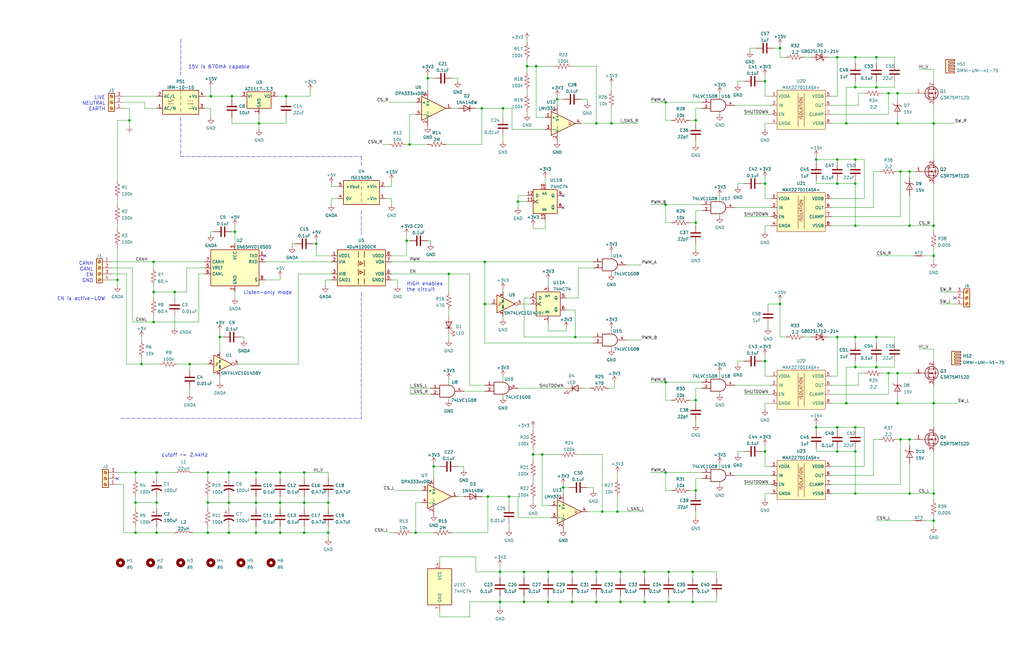
<source format=kicad_sch>
(kicad_sch (version 20211123) (generator eeschema)
  (paper "B")
  (junction (at 189.23 115.57))
  (junction (at 66.04 212.09))
  (junction (at 360.68 180.34))
  (junction (at 293.37 93.98))
  (junction (at 92.71 142.24))
  (junction (at 292.1 241.3))
  (junction (at 66.04 199.39))
  (junction (at 383.54 208.28))
  (junction (at 360.68 142.24))
  (junction (at 231.14 241.3))
  (junction (at 128.27 224.79))
  (junction (at 107.95 199.39))
  (junction (at 369.57 154.94))
  (junction (at 353.06 180.34))
  (junction (at 64.77 135.89))
  (junction (at 120.65 40.64))
  (junction (at 242.57 142.24))
  (junction (at 64.77 123.19))
  (junction (at 251.46 241.3))
  (junction (at 96.52 199.39))
  (junction (at 220.98 241.3))
  (junction (at 228.6 191.77))
  (junction (at 251.46 254))
  (junction (at 241.3 241.3))
  (junction (at 328.93 20.32))
  (junction (at 231.14 254))
  (junction (at 369.57 142.24))
  (junction (at 378.46 52.07))
  (junction (at 260.35 215.9))
  (junction (at 226.06 27.94))
  (junction (at 172.72 60.96))
  (junction (at 87.63 212.09))
  (junction (at 237.49 205.74))
  (junction (at 64.77 110.49))
  (junction (at 281.94 254))
  (junction (at 218.44 85.09))
  (junction (at 322.58 77.47))
  (junction (at 374.65 39.37))
  (junction (at 353.06 142.24))
  (junction (at 234.95 41.91))
  (junction (at 97.79 40.64))
  (junction (at 54.61 50.8))
  (junction (at 293.37 168.91))
  (junction (at 378.46 157.48))
  (junction (at 322.58 190.5))
  (junction (at 356.87 52.07))
  (junction (at 393.7 219.71))
  (junction (at 292.1 254))
  (junction (at 360.68 95.25))
  (junction (at 322.58 34.29))
  (junction (at 133.35 102.87))
  (junction (at 281.94 241.3))
  (junction (at 87.63 224.79))
  (junction (at 374.65 157.48))
  (junction (at 99.06 97.79))
  (junction (at 393.7 52.07))
  (junction (at 360.68 77.47))
  (junction (at 107.95 212.09))
  (junction (at 261.62 254))
  (junction (at 369.57 36.83))
  (junction (at 138.43 224.79))
  (junction (at 254 215.9))
  (junction (at 280.67 43.18))
  (junction (at 204.47 128.27))
  (junction (at 393.7 95.25))
  (junction (at 271.78 241.3))
  (junction (at 138.43 212.09))
  (junction (at 128.27 212.09))
  (junction (at 360.68 67.31))
  (junction (at 293.37 50.8))
  (junction (at 328.93 128.27))
  (junction (at 353.06 77.47))
  (junction (at 280.67 161.29))
  (junction (at 220.98 254))
  (junction (at 222.25 27.94))
  (junction (at 210.82 254))
  (junction (at 369.57 24.13))
  (junction (at 383.54 185.42))
  (junction (at 280.67 86.36))
  (junction (at 378.46 170.18))
  (junction (at 353.06 190.5))
  (junction (at 356.87 170.18))
  (junction (at 360.68 208.28))
  (junction (at 393.7 208.28))
  (junction (at 257.81 52.07))
  (junction (at 224.79 191.77))
  (junction (at 360.68 24.13))
  (junction (at 322.58 152.4))
  (junction (at 344.17 180.34))
  (junction (at 360.68 190.5))
  (junction (at 118.11 212.09))
  (junction (at 57.15 212.09))
  (junction (at 96.52 212.09))
  (junction (at 57.15 224.79))
  (junction (at 205.74 209.55))
  (junction (at 118.11 199.39))
  (junction (at 360.68 36.83))
  (junction (at 57.15 199.39))
  (junction (at 383.54 72.39))
  (junction (at 280.67 199.39))
  (junction (at 293.37 207.01))
  (junction (at 203.2 45.72))
  (junction (at 241.3 254))
  (junction (at 80.01 153.67))
  (junction (at 379.73 72.39))
  (junction (at 171.45 101.6))
  (junction (at 128.27 199.39))
  (junction (at 73.66 123.19))
  (junction (at 180.34 33.02))
  (junction (at 182.88 196.85))
  (junction (at 251.46 52.07))
  (junction (at 212.09 45.72))
  (junction (at 379.73 185.42))
  (junction (at 353.06 67.31))
  (junction (at 88.9 40.64))
  (junction (at 96.52 224.79))
  (junction (at 378.46 39.37))
  (junction (at 210.82 241.3))
  (junction (at 261.62 241.3))
  (junction (at 107.95 224.79))
  (junction (at 271.78 254))
  (junction (at 353.06 24.13))
  (junction (at 214.63 209.55))
  (junction (at 344.17 67.31))
  (junction (at 87.63 199.39))
  (junction (at 66.04 224.79))
  (junction (at 393.7 107.95))
  (junction (at 393.7 170.18))
  (junction (at 360.68 154.94))
  (junction (at 118.11 224.79))
  (junction (at 49.53 118.11))
  (junction (at 175.26 224.79))
  (junction (at 59.69 153.67))
  (junction (at 383.54 95.25))
  (junction (at 204.47 110.49))
  (junction (at 109.22 52.07))
  (no_connect (at 237.49 87.63))
  (no_connect (at 237.49 82.55))
  (no_connect (at 111.76 107.95))
  (no_connect (at 49.53 201.93))
  (no_connect (at 402.59 125.73))
  (wire (pts (xy 350.52 162.56) (xy 361.95 162.56)))
  (wire (pts (xy 369.57 219.71) (xy 384.81 219.71)))
  (wire (pts (xy 118.11 212.09) (xy 128.27 212.09)))
  (wire (pts (xy 81.28 199.39) (xy 87.63 199.39)))
  (wire (pts (xy 203.2 45.72) (xy 200.66 45.72)))
  (wire (pts (xy 364.49 67.31) (xy 360.68 67.31)))
  (wire (pts (xy 222.25 82.55) (xy 218.44 82.55)))
  (wire (pts (xy 87.63 201.93) (xy 87.63 199.39)))
  (wire (pts (xy 251.46 241.3) (xy 251.46 243.84)))
  (wire (pts (xy 118.11 224.79) (xy 128.27 224.79)))
  (wire (pts (xy 328.93 19.05) (xy 328.93 20.32)))
  (wire (pts (xy 377.19 144.78) (xy 377.19 142.24)))
  (wire (pts (xy 224.79 210.82) (xy 224.79 212.09)))
  (wire (pts (xy 218.44 218.44) (xy 218.44 209.55)))
  (wire (pts (xy 138.43 224.79) (xy 138.43 222.25)))
  (wire (pts (xy 64.77 120.65) (xy 64.77 123.19)))
  (wire (pts (xy 66.04 199.39) (xy 57.15 199.39)))
  (wire (pts (xy 92.71 139.7) (xy 92.71 142.24)))
  (wire (pts (xy 96.52 224.79) (xy 107.95 224.79)))
  (wire (pts (xy 280.67 86.36) (xy 280.67 93.98)))
  (wire (pts (xy 260.35 209.55) (xy 260.35 215.9)))
  (wire (pts (xy 210.82 254) (xy 210.82 256.54)))
  (wire (pts (xy 46.99 118.11) (xy 49.53 118.11)))
  (wire (pts (xy 52.07 204.47) (xy 52.07 224.79)))
  (wire (pts (xy 323.85 129.54) (xy 323.85 128.27)))
  (wire (pts (xy 133.35 101.6) (xy 133.35 102.87)))
  (wire (pts (xy 311.15 152.4) (xy 311.15 153.67)))
  (wire (pts (xy 220.98 254) (xy 231.14 254)))
  (wire (pts (xy 280.67 168.91) (xy 283.21 168.91)))
  (wire (pts (xy 344.17 190.5) (xy 344.17 189.23)))
  (wire (pts (xy 393.7 107.95) (xy 393.7 110.49)))
  (wire (pts (xy 228.6 191.77) (xy 224.79 191.77)))
  (wire (pts (xy 46.99 110.49) (xy 64.77 110.49)))
  (wire (pts (xy 360.68 154.94) (xy 356.87 154.94)))
  (wire (pts (xy 102.87 142.24) (xy 102.87 143.51)))
  (wire (pts (xy 204.47 144.78) (xy 204.47 128.27)))
  (wire (pts (xy 175.26 48.26) (xy 172.72 48.26)))
  (wire (pts (xy 360.68 190.5) (xy 360.68 208.28)))
  (wire (pts (xy 309.88 87.63) (xy 325.12 87.63)))
  (wire (pts (xy 295.91 201.93) (xy 293.37 201.93)))
  (wire (pts (xy 224.79 189.23) (xy 224.79 191.77)))
  (wire (pts (xy 185.42 237.49) (xy 185.42 234.95)))
  (wire (pts (xy 374.65 157.48) (xy 374.65 166.37)))
  (wire (pts (xy 374.65 39.37) (xy 374.65 48.26)))
  (wire (pts (xy 257.81 114.3) (xy 257.81 115.57)))
  (wire (pts (xy 234.95 41.91) (xy 234.95 44.45)))
  (wire (pts (xy 138.43 209.55) (xy 138.43 212.09)))
  (wire (pts (xy 369.57 26.67) (xy 369.57 24.13)))
  (wire (pts (xy 393.7 52.07) (xy 402.59 52.07)))
  (wire (pts (xy 295.91 45.72) (xy 293.37 45.72)))
  (wire (pts (xy 396.24 128.27) (xy 402.59 128.27)))
  (wire (pts (xy 49.53 118.11) (xy 49.53 120.65)))
  (wire (pts (xy 293.37 45.72) (xy 293.37 50.8)))
  (wire (pts (xy 290.83 50.8) (xy 293.37 50.8)))
  (wire (pts (xy 60.96 43.18) (xy 60.96 45.72)))
  (wire (pts (xy 368.3 87.63) (xy 350.52 87.63)))
  (wire (pts (xy 369.57 144.78) (xy 369.57 142.24)))
  (wire (pts (xy 389.89 107.95) (xy 393.7 107.95)))
  (wire (pts (xy 195.58 165.1) (xy 204.47 165.1)))
  (wire (pts (xy 49.53 204.47) (xy 52.07 204.47)))
  (wire (pts (xy 190.5 33.02) (xy 193.04 33.02)))
  (wire (pts (xy 293.37 88.9) (xy 293.37 93.98)))
  (wire (pts (xy 189.23 115.57) (xy 189.23 123.19)))
  (wire (pts (xy 238.76 130.81) (xy 242.57 130.81)))
  (wire (pts (xy 313.69 204.47) (xy 325.12 204.47)))
  (wire (pts (xy 92.71 142.24) (xy 92.71 148.59)))
  (wire (pts (xy 295.91 86.36) (xy 280.67 86.36)))
  (wire (pts (xy 344.17 179.07) (xy 344.17 180.34)))
  (wire (pts (xy 64.77 135.89) (xy 83.82 135.89)))
  (wire (pts (xy 303.53 157.48) (xy 303.53 160.02)))
  (wire (pts (xy 229.87 96.52) (xy 224.79 96.52)))
  (wire (pts (xy 302.26 254) (xy 302.26 251.46)))
  (wire (pts (xy 280.67 199.39) (xy 280.67 207.01)))
  (wire (pts (xy 193.04 33.02) (xy 193.04 34.29)))
  (wire (pts (xy 224.79 180.34) (xy 224.79 181.61)))
  (wire (pts (xy 350.52 48.26) (xy 374.65 48.26)))
  (wire (pts (xy 322.58 52.07) (xy 325.12 52.07)))
  (wire (pts (xy 292.1 241.3) (xy 292.1 243.84)))
  (wire (pts (xy 356.87 154.94) (xy 356.87 170.18)))
  (wire (pts (xy 101.6 142.24) (xy 102.87 142.24)))
  (wire (pts (xy 52.07 224.79) (xy 57.15 224.79)))
  (wire (pts (xy 364.49 180.34) (xy 360.68 180.34)))
  (wire (pts (xy 130.81 38.1) (xy 130.81 40.64)))
  (wire (pts (xy 271.78 241.3) (xy 281.94 241.3)))
  (wire (pts (xy 52.07 45.72) (xy 54.61 45.72)))
  (wire (pts (xy 360.68 189.23) (xy 360.68 190.5)))
  (wire (pts (xy 57.15 209.55) (xy 57.15 212.09)))
  (wire (pts (xy 195.58 196.85) (xy 195.58 198.12)))
  (wire (pts (xy 241.3 254) (xy 251.46 254)))
  (wire (pts (xy 220.98 142.24) (xy 242.57 142.24)))
  (wire (pts (xy 350.52 196.85) (xy 364.49 196.85)))
  (wire (pts (xy 321.31 77.47) (xy 322.58 77.47)))
  (wire (pts (xy 361.95 44.45) (xy 361.95 39.37)))
  (wire (pts (xy 377.19 154.94) (xy 369.57 154.94)))
  (wire (pts (xy 81.28 224.79) (xy 87.63 224.79)))
  (wire (pts (xy 185.42 260.35) (xy 198.12 260.35)))
  (wire (pts (xy 214.63 209.55) (xy 205.74 209.55)))
  (wire (pts (xy 303.53 46.99) (xy 303.53 48.26)))
  (wire (pts (xy 360.68 142.24) (xy 360.68 144.78)))
  (wire (pts (xy 54.61 50.8) (xy 49.53 50.8)))
  (wire (pts (xy 90.17 97.79) (xy 88.9 97.79)))
  (wire (pts (xy 393.7 180.34) (xy 393.7 170.18)))
  (wire (pts (xy 210.82 254) (xy 220.98 254)))
  (wire (pts (xy 226.06 27.94) (xy 222.25 27.94)))
  (wire (pts (xy 322.58 31.75) (xy 322.58 34.29)))
  (wire (pts (xy 293.37 93.98) (xy 293.37 95.25)))
  (wire (pts (xy 57.15 199.39) (xy 49.53 199.39)))
  (wire (pts (xy 360.68 76.2) (xy 360.68 77.47)))
  (wire (pts (xy 360.68 190.5) (xy 353.06 190.5)))
  (wire (pts (xy 73.66 123.19) (xy 78.74 123.19)))
  (wire (pts (xy 251.46 27.94) (xy 251.46 52.07)))
  (wire (pts (xy 138.43 212.09) (xy 138.43 214.63)))
  (wire (pts (xy 57.15 224.79) (xy 57.15 222.25)))
  (wire (pts (xy 251.46 241.3) (xy 261.62 241.3)))
  (wire (pts (xy 368.3 185.42) (xy 368.3 200.66)))
  (wire (pts (xy 350.52 52.07) (xy 356.87 52.07)))
  (wire (pts (xy 360.68 208.28) (xy 383.54 208.28)))
  (wire (pts (xy 172.72 163.83) (xy 181.61 163.83)))
  (wire (pts (xy 377.19 36.83) (xy 369.57 36.83)))
  (wire (pts (xy 222.25 16.51) (xy 222.25 17.78)))
  (wire (pts (xy 245.11 41.91) (xy 247.65 41.91)))
  (wire (pts (xy 218.44 85.09) (xy 218.44 87.63)))
  (wire (pts (xy 73.66 125.73) (xy 73.66 123.19)))
  (wire (pts (xy 250.19 205.74) (xy 250.19 207.01)))
  (wire (pts (xy 198.12 115.57) (xy 198.12 162.56)))
  (wire (pts (xy 293.37 168.91) (xy 293.37 170.18)))
  (wire (pts (xy 323.85 128.27) (xy 328.93 128.27)))
  (wire (pts (xy 303.53 203.2) (xy 303.53 204.47)))
  (wire (pts (xy 128.27 212.09) (xy 138.43 212.09)))
  (wire (pts (xy 54.61 45.72) (xy 54.61 50.8)))
  (wire (pts (xy 378.46 160.02) (xy 378.46 157.48)))
  (wire (pts (xy 185.42 257.81) (xy 185.42 260.35)))
  (wire (pts (xy 271.78 254) (xy 271.78 251.46)))
  (wire (pts (xy 331.47 142.24) (xy 328.93 142.24)))
  (wire (pts (xy 251.46 254) (xy 251.46 251.46)))
  (wire (pts (xy 204.47 128.27) (xy 204.47 110.49)))
  (wire (pts (xy 215.9 54.61) (xy 215.9 45.72)))
  (wire (pts (xy 364.49 196.85) (xy 364.49 180.34)))
  (polyline (pts (xy 152.4 88.9) (xy 152.4 99.06)))
  (wire (pts (xy 118.11 199.39) (xy 128.27 199.39)))
  (wire (pts (xy 187.96 60.96) (xy 203.2 60.96)))
  (wire (pts (xy 172.72 48.26) (xy 172.72 60.96)))
  (wire (pts (xy 322.58 34.29) (xy 322.58 40.64)))
  (wire (pts (xy 189.23 115.57) (xy 198.12 115.57)))
  (wire (pts (xy 328.93 128.27) (xy 328.93 142.24)))
  (wire (pts (xy 222.25 46.99) (xy 222.25 48.26)))
  (wire (pts (xy 107.95 209.55) (xy 107.95 212.09)))
  (wire (pts (xy 78.74 123.19) (xy 78.74 113.03)))
  (wire (pts (xy 52.07 40.64) (xy 66.04 40.64)))
  (wire (pts (xy 379.73 72.39) (xy 383.54 72.39)))
  (wire (pts (xy 250.19 144.78) (xy 204.47 144.78)))
  (wire (pts (xy 241.3 241.3) (xy 241.3 243.84)))
  (wire (pts (xy 369.57 152.4) (xy 369.57 154.94)))
  (wire (pts (xy 49.53 104.14) (xy 49.53 118.11)))
  (wire (pts (xy 222.25 27.94) (xy 222.25 30.48)))
  (wire (pts (xy 350.52 44.45) (xy 361.95 44.45)))
  (wire (pts (xy 383.54 82.55) (xy 383.54 95.25)))
  (wire (pts (xy 313.69 166.37) (xy 325.12 166.37)))
  (wire (pts (xy 257.81 45.72) (xy 257.81 52.07)))
  (wire (pts (xy 137.16 118.11) (xy 137.16 120.65)))
  (wire (pts (xy 180.34 33.02) (xy 180.34 38.1)))
  (wire (pts (xy 248.92 163.83) (xy 246.38 163.83)))
  (wire (pts (xy 325.12 158.75) (xy 322.58 158.75)))
  (wire (pts (xy 163.83 43.18) (xy 175.26 43.18)))
  (wire (pts (xy 393.7 67.31) (xy 393.7 52.07)))
  (wire (pts (xy 393.7 52.07) (xy 393.7 44.45)))
  (wire (pts (xy 243.84 125.73) (xy 243.84 113.03)))
  (polyline (pts (xy 152.4 123.19) (xy 152.4 176.53)))
  (wire (pts (xy 383.54 185.42) (xy 386.08 185.42)))
  (wire (pts (xy 64.77 123.19) (xy 64.77 125.73)))
  (wire (pts (xy 350.52 208.28) (xy 360.68 208.28)))
  (wire (pts (xy 96.52 201.93) (xy 96.52 199.39)))
  (wire (pts (xy 360.68 95.25) (xy 383.54 95.25)))
  (wire (pts (xy 229.87 49.53) (xy 226.06 49.53)))
  (wire (pts (xy 240.03 205.74) (xy 237.49 205.74)))
  (wire (pts (xy 107.95 212.09) (xy 107.95 214.63)))
  (wire (pts (xy 372.11 157.48) (xy 374.65 157.48)))
  (wire (pts (xy 138.43 199.39) (xy 138.43 201.93)))
  (wire (pts (xy 321.31 190.5) (xy 322.58 190.5)))
  (wire (pts (xy 231.14 241.3) (xy 241.3 241.3)))
  (wire (pts (xy 311.15 190.5) (xy 313.69 190.5)))
  (wire (pts (xy 281.94 254) (xy 281.94 251.46)))
  (wire (pts (xy 378.46 157.48) (xy 386.08 157.48)))
  (wire (pts (xy 52.07 43.18) (xy 60.96 43.18)))
  (wire (pts (xy 218.44 209.55) (xy 214.63 209.55)))
  (wire (pts (xy 261.62 241.3) (xy 261.62 243.84)))
  (wire (pts (xy 378.46 170.18) (xy 393.7 170.18)))
  (polyline (pts (xy 76.2 66.04) (xy 152.4 66.04)))
  (wire (pts (xy 264.16 143.51) (xy 270.51 143.51)))
  (wire (pts (xy 210.82 238.76) (xy 210.82 241.3)))
  (wire (pts (xy 293.37 59.69) (xy 293.37 60.96)))
  (wire (pts (xy 322.58 74.93) (xy 322.58 77.47)))
  (wire (pts (xy 167.64 118.11) (xy 167.64 120.65)))
  (wire (pts (xy 353.06 68.58) (xy 353.06 67.31)))
  (wire (pts (xy 293.37 207.01) (xy 293.37 208.28)))
  (wire (pts (xy 87.63 209.55) (xy 87.63 212.09)))
  (wire (pts (xy 181.61 101.6) (xy 180.34 101.6)))
  (wire (pts (xy 368.3 200.66) (xy 350.52 200.66)))
  (wire (pts (xy 326.39 20.32) (xy 328.93 20.32)))
  (wire (pts (xy 260.35 215.9) (xy 254 215.9)))
  (wire (pts (xy 322.58 208.28) (xy 325.12 208.28)))
  (wire (pts (xy 198.12 162.56) (xy 204.47 162.56)))
  (wire (pts (xy 107.95 199.39) (xy 118.11 199.39)))
  (wire (pts (xy 313.69 48.26) (xy 325.12 48.26)))
  (wire (pts (xy 378.46 167.64) (xy 378.46 170.18)))
  (wire (pts (xy 389.89 219.71) (xy 393.7 219.71)))
  (wire (pts (xy 87.63 224.79) (xy 87.63 222.25)))
  (wire (pts (xy 107.95 199.39) (xy 96.52 199.39)))
  (wire (pts (xy 360.68 77.47) (xy 360.68 95.25)))
  (wire (pts (xy 281.94 241.3) (xy 292.1 241.3)))
  (wire (pts (xy 295.91 88.9) (xy 293.37 88.9)))
  (wire (pts (xy 311.15 190.5) (xy 311.15 191.77)))
  (wire (pts (xy 254 215.9) (xy 247.65 215.9)))
  (wire (pts (xy 274.32 161.29) (xy 280.67 161.29)))
  (wire (pts (xy 377.19 142.24) (xy 369.57 142.24)))
  (wire (pts (xy 360.68 36.83) (xy 360.68 34.29)))
  (wire (pts (xy 353.06 190.5) (xy 353.06 189.23)))
  (wire (pts (xy 344.17 67.31) (xy 353.06 67.31)))
  (wire (pts (xy 322.58 95.25) (xy 325.12 95.25)))
  (wire (pts (xy 360.68 181.61) (xy 360.68 180.34)))
  (wire (pts (xy 166.37 207.01) (xy 177.8 207.01)))
  (wire (pts (xy 205.74 224.79) (xy 205.74 209.55)))
  (wire (pts (xy 377.19 24.13) (xy 369.57 24.13)))
  (wire (pts (xy 180.34 31.75) (xy 180.34 33.02)))
  (wire (pts (xy 356.87 170.18) (xy 378.46 170.18)))
  (wire (pts (xy 236.22 191.77) (xy 228.6 191.77)))
  (wire (pts (xy 378.46 39.37) (xy 386.08 39.37)))
  (wire (pts (xy 393.7 170.18) (xy 403.86 170.18)))
  (wire (pts (xy 66.04 201.93) (xy 66.04 199.39)))
  (wire (pts (xy 132.08 102.87) (xy 133.35 102.87)))
  (wire (pts (xy 64.77 110.49) (xy 86.36 110.49)))
  (wire (pts (xy 73.66 133.35) (xy 73.66 138.43)))
  (wire (pts (xy 128.27 199.39) (xy 128.27 201.93)))
  (wire (pts (xy 290.83 207.01) (xy 293.37 207.01)))
  (wire (pts (xy 378.46 49.53) (xy 378.46 52.07)))
  (wire (pts (xy 161.29 60.96) (xy 163.83 60.96)))
  (wire (pts (xy 189.23 167.64) (xy 189.23 168.91)))
  (wire (pts (xy 309.88 200.66) (xy 325.12 200.66)))
  (wire (pts (xy 177.8 212.09) (xy 175.26 212.09)))
  (wire (pts (xy 237.49 204.47) (xy 237.49 205.74)))
  (wire (pts (xy 280.67 93.98) (xy 283.21 93.98)))
  (wire (pts (xy 318.77 20.32) (xy 316.23 20.32)))
  (wire (pts (xy 393.7 152.4) (xy 393.7 147.32)))
  (wire (pts (xy 214.63 209.55) (xy 214.63 213.36)))
  (wire (pts (xy 261.62 241.3) (xy 271.78 241.3)))
  (wire (pts (xy 224.79 191.77) (xy 224.79 194.31)))
  (wire (pts (xy 361.95 157.48) (xy 364.49 157.48)))
  (wire (pts (xy 290.83 168.91) (xy 293.37 168.91)))
  (wire (pts (xy 120.65 40.64) (xy 116.84 40.64)))
  (wire (pts (xy 171.45 107.95) (xy 165.1 107.95)))
  (wire (pts (xy 292.1 254) (xy 292.1 251.46)))
  (wire (pts (xy 274.32 199.39) (xy 280.67 199.39)))
  (wire (pts (xy 368.3 72.39) (xy 368.3 87.63)))
  (wire (pts (xy 182.88 196.85) (xy 182.88 201.93)))
  (wire (pts (xy 256.54 163.83) (xy 259.08 163.83)))
  (wire (pts (xy 353.06 158.75) (xy 353.06 142.24)))
  (wire (pts (xy 210.82 241.3) (xy 210.82 243.84)))
  (wire (pts (xy 271.78 254) (xy 281.94 254)))
  (wire (pts (xy 220.98 241.3) (xy 220.98 243.84)))
  (wire (pts (xy 53.34 153.67) (xy 59.69 153.67)))
  (wire (pts (xy 274.32 86.36) (xy 280.67 86.36)))
  (wire (pts (xy 66.04 209.55) (xy 66.04 212.09)))
  (wire (pts (xy 180.34 60.96) (xy 172.72 60.96)))
  (wire (pts (xy 219.71 128.27) (xy 223.52 128.27)))
  (wire (pts (xy 224.79 201.93) (xy 224.79 203.2)))
  (wire (pts (xy 379.73 91.44) (xy 350.52 91.44)))
  (wire (pts (xy 49.53 50.8) (xy 49.53 76.2)))
  (wire (pts (xy 175.26 212.09) (xy 175.26 224.79)))
  (wire (pts (xy 360.68 24.13) (xy 360.68 26.67)))
  (wire (pts (xy 228.6 191.77) (xy 228.6 213.36)))
  (wire (pts (xy 172.72 166.37) (xy 181.61 166.37)))
  (wire (pts (xy 190.5 224.79) (xy 205.74 224.79)))
  (wire (pts (xy 360.68 154.94) (xy 360.68 152.4)))
  (wire (pts (xy 364.49 83.82) (xy 364.49 67.31)))
  (wire (pts (xy 293.37 215.9) (xy 293.37 218.44)))
  (wire (pts (xy 303.53 165.1) (xy 303.53 166.37)))
  (wire (pts (xy 353.06 77.47) (xy 353.06 76.2)))
  (wire (pts (xy 313.69 91.44) (xy 325.12 91.44)))
  (wire (pts (xy 271.78 241.3) (xy 271.78 243.84)))
  (wire (pts (xy 220.98 254) (xy 220.98 251.46)))
  (wire (pts (xy 59.69 142.24) (xy 59.69 143.51)))
  (wire (pts (xy 99.06 123.19) (xy 99.06 125.73)))
  (wire (pts (xy 370.84 72.39) (xy 368.3 72.39)))
  (wire (pts (xy 353.06 40.64) (xy 353.06 24.13)))
  (wire (pts (xy 241.3 254) (xy 241.3 251.46)))
  (wire (pts (xy 379.73 72.39) (xy 379.73 91.44)))
  (wire (pts (xy 356.87 52.07) (xy 378.46 52.07)))
  (wire (pts (xy 165.1 83.82) (xy 165.1 86.36)))
  (wire (pts (xy 242.57 142.24) (xy 250.19 142.24)))
  (wire (pts (xy 350.52 83.82) (xy 364.49 83.82)))
  (wire (pts (xy 198.12 254) (xy 210.82 254)))
  (wire (pts (xy 238.76 125.73) (xy 243.84 125.73)))
  (wire (pts (xy 205.74 209.55) (xy 203.2 209.55)))
  (wire (pts (xy 107.95 212.09) (xy 118.11 212.09)))
  (wire (pts (xy 353.06 181.61) (xy 353.06 180.34)))
  (wire (pts (xy 200.66 234.95) (xy 200.66 241.3)))
  (wire (pts (xy 322.58 149.86) (xy 322.58 152.4)))
  (wire (pts (xy 322.58 190.5) (xy 322.58 196.85)))
  (wire (pts (xy 353.06 180.34) (xy 360.68 180.34)))
  (wire (pts (xy 280.67 50.8) (xy 283.21 50.8)))
  (polyline (pts (xy 76.2 49.53) (xy 76.2 66.04)))
  (wire (pts (xy 212.09 45.72) (xy 203.2 45.72)))
  (wire (pts (xy 356.87 36.83) (xy 356.87 52.07)))
  (wire (pts (xy 280.67 43.18) (xy 280.67 50.8)))
  (wire (pts (xy 293.37 201.93) (xy 293.37 207.01)))
  (wire (pts (xy 257.81 138.43) (xy 257.81 140.97)))
  (wire (pts (xy 175.26 224.79) (xy 173.99 224.79)))
  (wire (pts (xy 360.68 36.83) (xy 356.87 36.83)))
  (wire (pts (xy 107.95 224.79) (xy 107.95 222.25)))
  (wire (pts (xy 57.15 212.09) (xy 57.15 214.63)))
  (wire (pts (xy 295.91 161.29) (xy 280.67 161.29)))
  (wire (pts (xy 323.85 137.16) (xy 323.85 138.43)))
  (wire (pts (xy 172.72 101.6) (xy 171.45 101.6)))
  (wire (pts (xy 303.53 39.37) (xy 303.53 41.91)))
  (wire (pts (xy 378.46 185.42) (xy 379.73 185.42)))
  (wire (pts (xy 269.24 52.07) (xy 257.81 52.07)))
  (wire (pts (xy 311.15 77.47) (xy 313.69 77.47)))
  (wire (pts (xy 353.06 24.13) (xy 360.68 24.13)))
  (wire (pts (xy 322.58 208.28) (xy 322.58 210.82)))
  (wire (pts (xy 251.46 254) (xy 261.62 254)))
  (wire (pts (xy 393.7 95.25) (xy 393.7 77.47)))
  (polyline (pts (xy 50.8 176.53) (xy 152.4 176.53)))
  (wire (pts (xy 274.32 43.18) (xy 280.67 43.18)))
  (wire (pts (xy 200.66 241.3) (xy 210.82 241.3)))
  (wire (pts (xy 309.88 44.45) (xy 325.12 44.45)))
  (wire (pts (xy 247.65 205.74) (xy 250.19 205.74)))
  (wire (pts (xy 96.52 209.55) (xy 96.52 212.09)))
  (wire (pts (xy 222.25 38.1) (xy 222.25 39.37)))
  (wire (pts (xy 203.2 60.96) (xy 203.2 45.72)))
  (wire (pts (xy 257.81 35.56) (xy 257.81 38.1)))
  (wire (pts (xy 99.06 97.79) (xy 99.06 102.87)))
  (wire (pts (xy 139.7 118.11) (xy 137.16 118.11)))
  (wire (pts (xy 322.58 187.96) (xy 322.58 190.5)))
  (wire (pts (xy 383.54 208.28) (xy 393.7 208.28)))
  (wire (pts (xy 243.84 191.77) (xy 254 191.77)))
  (wire (pts (xy 231.14 118.11) (xy 231.14 120.65)))
  (wire (pts (xy 59.69 153.67) (xy 67.31 153.67)))
  (wire (pts (xy 396.24 123.19) (xy 402.59 123.19)))
  (wire (pts (xy 325.12 196.85) (xy 322.58 196.85)))
  (wire (pts (xy 302.26 241.3) (xy 302.26 243.84)))
  (wire (pts (xy 383.54 74.93) (xy 383.54 72.39)))
  (wire (pts (xy 229.87 54.61) (xy 215.9 54.61)))
  (wire (pts (xy 233.68 27.94) (xy 226.06 27.94)))
  (wire (pts (xy 328.93 127) (xy 328.93 128.27)))
  (wire (pts (xy 325.12 40.64) (xy 322.58 40.64)))
  (wire (pts (xy 96.52 199.39) (xy 87.63 199.39)))
  (wire (pts (xy 107.95 201.93) (xy 107.95 199.39)))
  (wire (pts (xy 118.11 116.84) (xy 118.11 118.11)))
  (wire (pts (xy 344.17 77.47) (xy 353.06 77.47)))
  (wire (pts (xy 55.88 113.03) (xy 55.88 135.89)))
  (wire (pts (xy 66.04 199.39) (xy 73.66 199.39)))
  (wire (pts (xy 387.35 29.21) (xy 393.7 29.21)))
  (wire (pts (xy 293.37 102.87) (xy 293.37 105.41)))
  (wire (pts (xy 59.69 151.13) (xy 59.69 153.67)))
  (wire (pts (xy 218.44 82.55) (xy 218.44 85.09)))
  (wire (pts (xy 99.06 95.25) (xy 99.06 97.79)))
  (wire (pts (xy 264.16 111.76) (xy 270.51 111.76)))
  (wire (pts (xy 96.52 222.25) (xy 96.52 224.79)))
  (wire (pts (xy 361.95 39.37) (xy 364.49 39.37)))
  (wire (pts (xy 64.77 110.49) (xy 64.77 113.03)))
  (wire (pts (xy 303.53 195.58) (xy 303.53 198.12)))
  (wire (pts (xy 311.15 152.4) (xy 313.69 152.4)))
  (wire (pts (xy 96.52 224.79) (xy 87.63 224.79)))
  (wire (pts (xy 292.1 254) (xy 302.26 254)))
  (wire (pts (xy 321.31 34.29) (xy 322.58 34.29)))
  (wire (pts (xy 189.23 160.02) (xy 189.23 162.56)))
  (wire (pts (xy 344.17 180.34) (xy 353.06 180.34)))
  (wire (pts (xy 220.98 142.24) (xy 220.98 125.73)))
  (wire (pts (xy 378.46 41.91) (xy 378.46 39.37)))
  (wire (pts (xy 189.23 140.97) (xy 189.23 143.51)))
  (wire (pts (xy 182.88 33.02) (xy 180.34 33.02)))
  (wire (pts (xy 378.46 52.07) (xy 393.7 52.07)))
  (wire (pts (xy 344.17 190.5) (xy 353.06 190.5)))
  (wire (pts (xy 292.1 241.3) (xy 302.26 241.3)))
  (wire (pts (xy 60.96 45.72) (xy 66.04 45.72)))
  (wire (pts (xy 66.04 224.79) (xy 57.15 224.79)))
  (wire (pts (xy 237.49 41.91) (xy 234.95 41.91)))
  (wire (pts (xy 165.1 118.11) (xy 167.64 118.11)))
  (wire (pts (xy 133.35 102.87) (xy 133.35 107.95)))
  (wire (pts (xy 309.88 162.56) (xy 325.12 162.56)))
  (wire (pts (xy 393.7 105.41) (xy 393.7 107.95)))
  (wire (pts (xy 393.7 170.18) (xy 393.7 162.56)))
  (wire (pts (xy 322.58 77.47) (xy 322.58 83.82)))
  (wire (pts (xy 311.15 34.29) (xy 311.15 35.56)))
  (wire (pts (xy 87.63 212.09) (xy 96.52 212.09)))
  (wire (pts (xy 257.81 106.68) (xy 257.81 109.22)))
  (wire (pts (xy 66.04 222.25) (xy 66.04 224.79)))
  (wire (pts (xy 257.81 146.05) (xy 257.81 147.32)))
  (wire (pts (xy 322.58 170.18) (xy 325.12 170.18)))
  (wire (pts (xy 80.01 163.83) (xy 80.01 166.37)))
  (wire (pts (xy 383.54 72.39) (xy 386.08 72.39)))
  (wire (pts (xy 210.82 254) (xy 210.82 251.46)))
  (wire (pts (xy 162.56 83.82) (xy 165.1 83.82)))
  (wire (pts (xy 46.99 115.57) (xy 53.34 115.57)))
  (wire (pts (xy 322.58 170.18) (xy 322.58 172.72)))
  (wire (pts (xy 344.17 180.34) (xy 344.17 181.61)))
  (wire (pts (xy 138.43 224.79) (xy 138.43 227.33)))
  (wire (pts (xy 231.14 135.89) (xy 231.14 139.7)))
  (wire (pts (xy 350.52 40.64) (xy 353.06 40.64)))
  (wire (pts (xy 139.7 78.74) (xy 139.7 77.47)))
  (wire (pts (xy 254 191.77) (xy 254 215.9)))
  (wire (pts (xy 328.93 20.32) (xy 328.93 24.13)))
  (wire (pts (xy 393.7 34.29) (xy 393.7 29.21)))
  (wire (pts (xy 212.09 158.75) (xy 212.09 161.29)))
  (wire (pts (xy 369.57 34.29) (xy 369.57 36.83)))
  (wire (pts (xy 243.84 113.03) (xy 250.19 113.03)))
  (wire (pts (xy 107.95 224.79) (xy 118.11 224.79)))
  (wire (pts (xy 120.65 41.91) (xy 120.65 40.64)))
  (wire (pts (xy 344.17 67.31) (xy 344.17 68.58)))
  (wire (pts (xy 92.71 142.24) (xy 93.98 142.24)))
  (wire (pts (xy 57.15 201.93) (xy 57.15 199.39)))
  (wire (pts (xy 387.35 147.32) (xy 393.7 147.32)))
  (wire (pts (xy 128.27 209.55) (xy 128.27 212.09)))
  (wire (pts (xy 97.79 41.91) (xy 97.79 40.64)))
  (wire (pts (xy 92.71 158.75) (xy 92.71 161.29)))
  (wire (pts (xy 350.52 158.75) (xy 353.06 158.75)))
  (wire (pts (xy 229.87 74.93) (xy 229.87 77.47)))
  (wire (pts (xy 182.88 224.79) (xy 175.26 224.79)))
  (wire (pts (xy 128.27 199.39) (xy 138.43 199.39)))
  (wire (pts (xy 130.81 40.64) (xy 120.65 40.64)))
  (wire (pts (xy 73.66 123.19) (xy 64.77 123.19)))
  (wire (pts (xy 125.73 153.67) (xy 125.73 115.57)))
  (wire (pts (xy 46.99 113.03) (xy 55.88 113.03)))
  (wire (pts (xy 378.46 72.39) (xy 379.73 72.39)))
  (wire (pts (xy 212.09 57.15) (xy 212.09 59.69)))
  (wire (pts (xy 393.7 208.28) (xy 393.7 190.5)))
  (wire (pts (xy 97.79 49.53) (xy 97.79 52.07)))
  (wire (pts (xy 97.79 97.79) (xy 99.06 97.79)))
  (wire (pts (xy 109.22 52.07) (xy 120.65 52.07)))
  (wire (pts (xy 212.09 121.92) (xy 212.09 123.19)))
  (wire (pts (xy 97.79 52.07) (xy 109.22 52.07)))
  (wire (pts (xy 172.72 60.96) (xy 171.45 60.96)))
  (wire (pts (xy 350.52 166.37) (xy 374.65 166.37)))
  (wire (pts (xy 360.68 77.47) (xy 353.06 77.47)))
  (wire (pts (xy 393.7 208.28) (xy 393.7 210.82)))
  (wire (pts (xy 369.57 36.83) (xy 360.68 36.83)))
  (wire (pts (xy 231.14 254) (xy 241.3 254)))
  (wire (pts (xy 311.15 34.29) (xy 313.69 34.29)))
  (wire (pts (xy 185.42 196.85) (xy 182.88 196.85)))
  (wire (pts (xy 80.01 153.67) (xy 87.63 153.67)))
  (wire (pts (xy 349.25 142.24) (xy 353.06 142.24)))
  (wire (pts (xy 83.82 135.89) (xy 83.82 115.57)))
  (wire (pts (xy 393.7 95.25) (xy 393.7 97.79)))
  (wire (pts (xy 377.19 26.67) (xy 377.19 24.13)))
  (wire (pts (xy 80.01 153.67) (xy 80.01 156.21)))
  (wire (pts (xy 189.23 130.81) (xy 189.23 133.35)))
  (wire (pts (xy 165.1 115.57) (xy 189.23 115.57)))
  (wire (pts (xy 207.01 128.27) (xy 204.47 128.27)))
  (wire (pts (xy 83.82 115.57) (xy 86.36 115.57)))
  (polyline (pts (xy 152.4 66.04) (xy 152.4 69.85)))
  (wire (pts (xy 96.52 212.09) (xy 96.52 214.63)))
  (wire (pts (xy 49.53 83.82) (xy 49.53 86.36)))
  (wire (pts (xy 162.56 78.74) (xy 165.1 78.74)))
  (wire (pts (xy 242.57 130.81) (xy 242.57 142.24)))
  (wire (pts (xy 128.27 224.79) (xy 138.43 224.79)))
  (wire (pts (xy 124.46 102.87) (xy 123.19 102.87)))
  (wire (pts (xy 88.9 45.72) (xy 88.9 49.53)))
  (wire (pts (xy 88.9 97.79) (xy 88.9 99.06)))
  (wire (pts (xy 123.19 102.87) (xy 123.19 104.14)))
  (wire (pts (xy 212.09 133.35) (xy 212.09 134.62)))
  (wire (pts (xy 293.37 50.8) (xy 293.37 52.07)))
  (wire (pts (xy 361.95 162.56) (xy 361.95 157.48)))
  (polyline (pts (xy 76.2 16.51) (xy 76.2 31.75)))
  (wire (pts (xy 218.44 163.83) (xy 238.76 163.83)))
  (wire (pts (xy 234.95 40.64) (xy 234.95 41.91)))
  (wire (pts (xy 212.09 166.37) (xy 212.09 167.64)))
  (wire (pts (xy 295.91 163.83) (xy 293.37 163.83)))
  (wire (pts (xy 377.19 152.4) (xy 377.19 154.94)))
  (wire (pts (xy 220.98 125.73) (xy 223.52 125.73)))
  (wire (pts (xy 261.62 254) (xy 271.78 254)))
  (wire (pts (xy 97.79 40.64) (xy 101.6 40.64)))
  (wire (pts (xy 204.47 110.49) (xy 250.19 110.49)))
  (wire (pts (xy 241.3 27.94) (xy 251.46 27.94)))
  (wire (pts (xy 344.17 77.47) (xy 344.17 76.2)))
  (wire (pts (xy 88.9 40.64) (xy 97.79 40.64)))
  (wire (pts (xy 64.77 133.35) (xy 64.77 135.89)))
  (wire (pts (xy 322.58 152.4) (xy 322.58 158.75)))
  (wire (pts (xy 128.27 212.09) (xy 128.27 214.63)))
  (wire (pts (xy 118.11 212.09) (xy 118.11 214.63)))
  (wire (pts (xy 241.3 241.3) (xy 251.46 241.3)))
  (wire (pts (xy 49.53 93.98) (xy 49.53 96.52)))
  (wire (pts (xy 280.67 207.01) (xy 283.21 207.01)))
  (wire (pts (xy 118.11 209.55) (xy 118.11 212.09)))
  (wire (pts (xy 100.33 153.67) (xy 125.73 153.67)))
  (wire (pts (xy 222.25 25.4) (xy 222.25 27.94)))
  (wire (pts (xy 74.93 153.67) (xy 80.01 153.67)))
  (wire (pts (xy 232.41 218.44) (xy 218.44 218.44)))
  (wire (pts (xy 379.73 185.42) (xy 383.54 185.42)))
  (wire (pts (xy 198.12 260.35) (xy 198.12 254)))
  (wire (pts (xy 231.14 241.3) (xy 231.14 243.84)))
  (wire (pts (xy 107.95 212.09) (xy 96.52 212.09)))
  (wire (pts (xy 311.15 77.47) (xy 311.15 78.74)))
  (wire (pts (xy 88.9 36.83) (xy 88.9 40.64)))
  (wire (pts (xy 237.49 205.74) (xy 237.49 208.28)))
  (wire (pts (xy 139.7 83.82) (xy 139.7 86.36)))
  (wire (pts (xy 232.41 213.36) (xy 228.6 213.36)))
  (wire (pts (xy 281.94 254) (xy 292.1 254)))
  (wire (pts (xy 86.36 40.64) (xy 88.9 40.64)))
  (wire (pts (xy 226.06 27.94) (xy 226.06 49.53)))
  (wire (pts (xy 372.11 39.37) (xy 374.65 39.37)))
  (wire (pts (xy 133.35 107.95) (xy 139.7 107.95)))
  (wire (pts (xy 55.88 135.89) (xy 64.77 135.89)))
  (wire (pts (xy 321.31 152.4) (xy 322.58 152.4)))
  (wire (pts (xy 383.54 195.58) (xy 383.54 208.28)))
  (wire (pts (xy 379.73 185.42) (xy 379.73 204.47)))
  (wire (pts (xy 360.68 68.58) (xy 360.68 67.31)))
  (wire (pts (xy 295.91 199.39) (xy 280.67 199.39)))
  (wire (pts (xy 331.47 24.13) (xy 328.93 24.13)))
  (wire (pts (xy 222.25 85.09) (xy 218.44 85.09)))
  (wire (pts (xy 86.36 45.72) (xy 88.9 45.72)))
  (wire (pts (xy 303.53 82.55) (xy 303.53 85.09)))
  (wire (pts (xy 350.52 95.25) (xy 360.68 95.25)))
  (wire (pts (xy 369.57 24.13) (xy 360.68 24.13)))
  (wire (pts (xy 238.76 139.7) (xy 238.76 138.43)))
  (wire (pts (xy 109.22 48.26) (xy 109.22 52.07)))
  (wire (pts (xy 111.76 110.49) (xy 139.7 110.49)))
  (wire (pts (xy 260.35 199.39) (xy 260.35 201.93)))
  (wire (pts (xy 349.25 24.13) (xy 353.06 24.13)))
  (wire (pts (xy 231.14 139.7) (xy 238.76 139.7)))
  (wire (pts (xy 118.11 199.39) (xy 118.11 201.93)))
  (wire (pts (xy 54.61 50.8) (xy 54.61 53.34)))
  (wire (pts (xy 215.9 45.72) (xy 212.09 45.72)))
  (wire (pts (xy 118.11 224.79) (xy 118.11 222.25)))
  (wire (pts (xy 171.45 101.6) (xy 171.45 107.95)))
  (wire (pts (xy 87.63 212.09) (xy 87.63 214.63)))
  (wire (pts (xy 111.76 118.11) (xy 118.11 118.11)))
  (wire (pts (xy 247.65 41.91) (xy 247.65 43.18)))
  (wire (pts (xy 369.57 142.24) (xy 360.68 142.24)))
  (wire (pts (xy 280.67 161.29) (xy 280.67 168.91)))
  (wire (pts (xy 193.04 196.85) (xy 195.58 196.85)))
  (wire (pts (xy 142.24 83.82) (xy 139.7 83.82)))
  (wire (pts (xy 193.04 45.72) (xy 190.5 45.72)))
  (wire (pts (xy 293.37 177.8) (xy 293.37 179.07)))
  (wire (pts (xy 181.61 102.87) (xy 181.61 101.6)))
  (wire (pts (xy 374.65 39.37) (xy 378.46 39.37)))
  (wire (pts (xy 325.12 83.82) (xy 322.58 83.82)))
  (wire (pts (xy 293.37 163.83) (xy 293.37 168.91)))
  (wire (pts (xy 350.52 170.18) (xy 356.87 170.18)))
  (wire (pts (xy 220.98 241.3) (xy 231.14 241.3)))
  (wire (pts (xy 212.09 45.72) (xy 212.09 49.53)))
  (wire (pts (xy 353.06 142.24) (xy 360.68 142.24)))
  (wire (pts (xy 78.74 113.03) (xy 86.36 113.03)))
  (wire (pts (xy 316.23 20.32) (xy 316.23 21.59)))
  (wire (pts (xy 66.04 224.79) (xy 73.66 224.79)))
  (wire (pts (xy 214.63 220.98) (xy 214.63 223.52)))
  (wire (pts (xy 182.88 195.58) (xy 182.88 196.85)))
  (wire (pts (xy 344.17 66.04) (xy 344.17 67.31)))
  (wire (pts (xy 290.83 93.98) (xy 293.37 93.98)))
  (wire (pts (xy 125.73 115.57) (xy 139.7 115.57)))
  (wire (pts (xy 120.65 52.07) (xy 120.65 49.53)))
  (wire (pts (xy 339.09 142.24) (xy 341.63 142.24)))
  (wire (pts (xy 379.73 204.47) (xy 350.52 204.47)))
  (wire (pts (xy 370.84 185.42) (xy 368.3 185.42)))
  (wire (pts (xy 393.7 218.44) (xy 393.7 219.71)))
  (wire (pts (xy 128.27 224.79) (xy 128.27 222.25)))
  (wire (pts (xy 185.42 234.95) (xy 200.66 234.95)))
  (wire (pts (xy 322.58 95.25) (xy 322.58 97.79)))
  (wire (pts (xy 66.04 212.09) (xy 66.04 214.63)))
  (wire (pts (xy 231.14 254) (xy 231.14 251.46)))
  (wire (pts (xy 165.1 110.49) (xy 204.47 110.49)))
  (wire (pts (xy 171.45 99.06) (xy 171.45 101.6)))
  (wire (pts (xy 322.58 52.07) (xy 322.58 54.61)))
  (wire (pts (xy 163.83 224.79) (xy 166.37 224.79)))
  (wire (pts (xy 229.87 92.71) (xy 229.87 96.52)))
  (wire (pts (xy 295.91 43.18) (xy 280.67 43.18)))
  (wire (pts (xy 165.1 78.74) (xy 165.1 76.2)))
  (wire (pts (xy 261.62 254) (xy 261.62 251.46)))
  (wire (pts (xy 369.57 154.94) (xy 360.68 154.94)))
  (wire (pts (xy 109.22 52.07) (xy 109.22 54.61)))
  (wire (pts (xy 383.54 187.96) (xy 383.54 185.42)))
  (wire (pts (xy 57.15 212.09) (xy 66.04 212.09)))
  (wire (pts (xy 142.24 78.74) (xy 139.7 78.74)))
  (wire (pts (xy 339.09 24.13) (xy 341.63 24.13)))
  (wire (pts (xy 271.78 215.9) (xy 260.35 215.9)))
  (wire (pts (xy 383.54 95.25) (xy 393.7 95.25)))
  (wire (pts (xy 210.82 241.3) (xy 220.98 241.3)))
  (wire (pts (xy 353.06 67.31) (xy 360.68 67.31)))
  (wire (pts (xy 377.19 34.29) (xy 377.19 36.83)))
  (wire (pts (xy 245.11 52.07) (xy 251.46 52.07)))
  (wire (pts (xy 303.53 90.17) (xy 303.53 91.44)))
  (wire (pts (xy 251.46 52.07) (xy 257.81 52.07)))
  (wire (pts (xy 53.34 115.57) (xy 53.34 153.67)))
  (wire (pts (xy 281.94 241.3) (xy 281.94 243.84)))
  (wire (pts (xy 224.79 95.25) (xy 224.79 96.52)))
  (wire (pts (xy 374.65 157.48) (xy 378.46 157.48)))
  (wire (pts (xy 369.57 107.95) (xy 384.81 107.95)))
  (wire (pts (xy 195.58 209.55) (xy 193.04 209.55)))
  (wire (pts (xy 393.7 219.71) (xy 393.7 222.25)))
  (wire (pts (xy 259.08 163.83) (xy 259.08 161.29)))
  (text "CANH\nCANL\nEN\nGND" (at 39.37 119.38 180) (effects (font (size 1.5 1.5)) (justify right bottom)))
  (text "EN is active-LOW" (at 44.45 127 180) (effects (font (size 1.5 1.5)) (justify right bottom)))
  (text "15V is 670mA capable" (at 105.41 29.21 180) (effects (font (size 1.5 1.5)) (justify right bottom)))
  (text "cutoff ~= 2.4kHz\n" (at 87.63 193.04 180) (effects (font (size 1.5 1.5)) (justify right bottom)))
  (text "Listen-only mode" (at 123.19 124.46 180) (effects (font (size 1.5 1.5)) (justify right bottom)))
  (text "HIGH enables \nthe circuit" (at 171.45 123.19 0) (effects (font (size 1.5 1.5)) (justify left bottom)))
  (text "LIVE\nNEUTRAL\nEARTH" (at 44.45 46.99 180) (effects (font (size 1.5 1.5)) (justify right bottom)))
  (label "CANH" (at 57.15 110.49 0))
  (label "CSN_R" (at 369.57 107.95 0))
  (label "PWM_A" (at 274.32 199.39 0))
  (label "HI_V" (at 387.35 29.21 0))
  (label "EN" (at 172.72 115.57 0))
  (label "PWM" (at 172.72 110.49 0))
  (label "CS_R" (at 163.83 43.18 180))
  (label "I_SNS_L" (at 271.78 215.9 180))
  (label "I_SNS_L" (at 172.72 163.83 0))
  (label "SHUTDOWN" (at 313.69 91.44 0))
  (label "SHUTDOWN" (at 313.69 166.37 0))
  (label "I_SNS_R" (at 269.24 52.07 180))
  (label "I_SNS_R" (at 172.72 166.37 0))
  (label "CANL" (at 57.15 135.89 0))
  (label "SW_L" (at 396.24 128.27 0))
  (label "SHUTDOWN" (at 313.69 48.26 0))
  (label "CSN_L" (at 163.83 224.79 180))
  (label "PWM_B" (at 274.32 161.29 0))
  (label "SHUTDOWN" (at 227.33 163.83 0))
  (label "SW_R" (at 402.59 52.07 0))
  (label "HI_V" (at 387.35 147.32 0))
  (label "PWM_A" (at 270.51 111.76 0))
  (label "PWM_B" (at 270.51 143.51 0))
  (label "SW_R" (at 396.24 123.19 0))
  (label "PWM_A" (at 274.32 43.18 0))
  (label "CSN_R" (at 161.29 60.96 180))
  (label "CSN_L" (at 369.57 219.71 0))
  (label "HI_V" (at 132.08 199.39 0))
  (label "CS_L" (at 166.37 207.01 180))
  (label "CS_L" (at 387.35 208.28 0))
  (label "SHUTDOWN" (at 313.69 204.47 0))
  (label "CS_R" (at 387.35 95.25 0))
  (label "PWM_B" (at 274.32 86.36 0))
  (label "SW_L" (at 403.86 170.18 0))
  (symbol (lib_id "Device:R_US") (at 240.03 191.77 90) (mirror x) (unit 1)
    (property "Reference" "R24" (at 240.03 186.9145 90))
    (property "Value" "100k" (at 240.03 189.6896 90))
    (property "Footprint" "Resistor_SMD:R_0805_2012Metric" (effects hide))
  )
  (symbol (lib_id "Mechanical:Heatsink") (at 401.32 151.13 270) (unit 1)
    (property "Reference" "HS2" (at 405.892 150.2088 90) (effects (justify left)))
    (property "Value" "OMNI-UNI-41-75" (at 405.892 152.9839 90) (effects (justify left)))
    (property "Footprint" "Repowered_Heat_Sinks:Wakefield_Vette_OMNI-UNI-41-75" (effects hide))
    (property "MFG_PN" "OMNI-UNI-41-75" (effects hide))
  )
  (symbol (lib_id "power:+15V") (at 344.17 179.07 0) (unit 1)
    (property "Reference" "#PWR093" (effects hide))
    (property "Value" "+15V" (at 344.17 175.4655 0))
  )
  (symbol (lib_id "Comparator:LMV331") (at 237.49 52.07 0) (unit 1)
    (property "Reference" "U12" (at 234.4294 43.0235 0) (effects (justify right)))
    (property "Value" "LMV331" (at 234.4294 45.7986 0) (effects (justify right)))
    (property "Footprint" "Package_TO_SOT_SMD:SOT-23-5" (effects hide))
    (property "Datasheet" "http://www.ti.com/lit/ds/symlink/lmv331.pdf" (effects hide))
  )
  (symbol (lib_id "Device:C") (at 292.1 247.65 0) (mirror x) (unit 1)
    (property "Reference" "C35" (at 289.179 246.7415 0) (effects (justify right)))
    (property "Value" "0.1uF" (at 289.179 249.5166 0) (effects (justify right)))
    (property "Footprint" "Capacitor_SMD:C_0603_1608Metric" (effects hide))
  )
  (symbol (lib_id "power:GNDA") (at 139.7 86.36 0) (unit 1)
    (property "Reference" "#PWR022" (effects hide))
    (property "Value" "GNDA" (at 139.7 90.9225 0))
  )
  (symbol (lib_id "power:GND") (at 237.49 223.52 0) (mirror y) (unit 1)
    (property "Reference" "#PWR055" (effects hide))
    (property "Value" "GND" (at 237.49 228.0825 0))
  )
  (symbol (lib_id "Maxim_Integrated:MAX22701EASA+") (at 337.82 81.28 0) (unit 1)
    (property "Reference" "U21" (at 337.82 77.3643 0))
    (property "Value" "MAX22701EASA+" (at 337.82 80.1394 0))
    (property "Footprint" "Package_SO:SOIC-8_3.9x4.9mm_P1.27mm" (effects hide))
  )
  (symbol (lib_id "power:+3.3V") (at 182.88 195.58 0) (mirror y) (unit 1)
    (property "Reference" "#PWR031" (effects hide))
    (property "Value" "+3.3V" (at 182.88 191.9755 0))
  )
  (symbol (lib_id "power:GNDA") (at 88.9 99.06 0) (unit 1)
    (property "Reference" "#PWR08" (effects hide))
    (property "Value" "GNDA" (at 88.9 103.6225 0))
  )
  (symbol (lib_id "Device:R_US") (at 257.81 41.91 0) (mirror x) (unit 1)
    (property "Reference" "R26" (at 256.159 41.0015 0) (effects (justify right)))
    (property "Value" "10k" (at 256.159 43.7766 0) (effects (justify right)))
    (property "Footprint" "Resistor_SMD:R_0805_2012Metric" (effects hide))
  )
  (symbol (lib_id "power:+3.3V") (at 257.81 35.56 0) (mirror y) (unit 1)
    (property "Reference" "#PWR059" (effects hide))
    (property "Value" "+3.3V" (at 257.81 31.9555 0))
  )
  (symbol (lib_id "power:GND") (at 303.53 204.47 0) (unit 1)
    (property "Reference" "#PWR077" (effects hide))
    (property "Value" "GND" (at 303.53 209.0325 0))
  )
  (symbol (lib_id "power:GND") (at 311.15 191.77 0) (unit 1)
    (property "Reference" "#PWR081" (effects hide))
    (property "Value" "GND" (at 311.15 196.3325 0))
  )
  (symbol (lib_id "power:GND") (at 218.44 87.63 0) (unit 1)
    (property "Reference" "#PWR051" (effects hide))
    (property "Value" "GND" (at 218.44 92.1925 0))
  )
  (symbol (lib_id "Device:R_US") (at 222.25 34.29 0) (mirror x) (unit 1)
    (property "Reference" "R18" (at 220.599 33.3815 0) (effects (justify right)))
    (property "Value" "100k" (at 220.599 36.1566 0) (effects (justify right)))
    (property "Footprint" "Resistor_SMD:R_0805_2012Metric" (effects hide))
  )
  (symbol (lib_id "Device:R_US") (at 57.15 205.74 0) (unit 1)
    (property "Reference" "R4" (at 58.801 204.8315 0) (effects (justify left)))
    (property "Value" "100k" (at 58.801 207.6066 0) (effects (justify left)))
    (property "Footprint" "Resistor_SMD:R_2512_6332Metric" (effects hide))
  )
  (symbol (lib_id "Device:Q_NMOS_GDS") (at 391.16 39.37 0) (unit 1)
    (property "Reference" "Q1" (at 396.367 38.4615 0) (effects (justify left)))
    (property "Value" "G3R75MT12D" (at 396.367 41.2366 0) (effects (justify left)))
    (property "Footprint" "Package_TO_SOT_THT:TO-247-3_Vertical" (effects hide))
    (property "MFG_PN" "G3R75MT12D" (effects hide))
  )
  (symbol (lib_id "Device:C") (at 231.14 247.65 0) (mirror x) (unit 1)
    (property "Reference" "C27" (at 228.219 246.7415 0) (effects (justify right)))
    (property "Value" "0.1uF" (at 228.219 249.5166 0) (effects (justify right)))
    (property "Footprint" "Capacitor_SMD:C_0603_1608Metric" (effects hide))
  )
  (symbol (lib_id "power:+3.3V") (at 222.25 16.51 0) (mirror y) (unit 1)
    (property "Reference" "#PWR046" (effects hide))
    (property "Value" "+3.3V" (at 220.853 15.719 0) (effects (justify left)))
  )
  (symbol (lib_id "Device:C") (at 118.11 218.44 180) (unit 1)
    (property "Reference" "C13" (at 121.031 217.5315 0) (effects (justify right)))
    (property "Value" "0.1uF" (at 121.031 220.3066 0) (effects (justify right)))
    (property "Footprint" "Capacitor_SMD:C_1812_4532Metric" (effects hide))
    (property "MFG_PN" "C4532X7R2J104K230KA" (effects hide))
  )
  (symbol (lib_id "Mechanical:Heatsink") (at 398.78 27.94 270) (unit 1)
    (property "Reference" "HS1" (at 403.352 27.0188 90) (effects (justify left)))
    (property "Value" "OMNI-UNI-41-75" (at 403.352 29.7939 90) (effects (justify left)))
    (property "Footprint" "Repowered_Heat_Sinks:Wakefield_Vette_OMNI-UNI-41-75" (effects hide))
    (property "MFG_PN" "OMNI-UNI-41-75" (effects hide))
  )
  (symbol (lib_id "power:GNDA") (at 99.06 125.73 0) (unit 1)
    (property "Reference" "#PWR012" (effects hide))
    (property "Value" "GNDA" (at 99.06 130.2925 0))
  )
  (symbol (lib_id "XP_Power:ISE0515A") (at 152.4 76.2 0) (mirror y) (unit 1)
    (property "Reference" "U4" (at 152.4 72.2335 0))
    (property "Value" "ISE1505A" (at 152.4 75.0086 0))
    (property "Footprint" "Repowered_DC-DC_Modules:XP_Power_ISE" (effects hide))
  )
  (symbol (lib_id "Device:C") (at 317.5 34.29 90) (mirror x) (unit 1)
    (property "Reference" "C41" (at 317.5 28.1645 90))
    (property "Value" "0.1uF" (at 317.5 30.9396 90))
    (property "Footprint" "Capacitor_SMD:C_0603_1608Metric" (effects hide))
  )
  (symbol (lib_id "Device:C") (at 377.19 30.48 0) (mirror x) (unit 1)
    (property "Reference" "C55" (at 373.38 27.94 0) (effects (justify left)))
    (property "Value" "22uF" (at 372.11 33.02 0) (effects (justify left)))
    (property "Footprint" "Capacitor_SMD:C_1206_3216Metric" (effects hide))
  )
  (symbol (lib_id "Device:R_US") (at 374.65 185.42 90) (unit 1)
    (property "Reference" "R37" (at 374.65 180.5645 90))
    (property "Value" "2.2" (at 374.65 183.3396 90))
    (property "Footprint" "Resistor_SMD:R_0805_2012Metric" (effects hide))
  )
  (symbol (lib_id "power:+3.3V") (at 322.58 74.93 0) (unit 1)
    (property "Reference" "#PWR084" (effects hide))
    (property "Value" "+3.3V" (at 322.58 71.3255 0))
  )
  (symbol (lib_id "power:+5V") (at 133.35 101.6 0) (unit 1)
    (property "Reference" "#PWR018" (effects hide))
    (property "Value" "+5V" (at 133.35 97.9955 0))
  )
  (symbol (lib_id "power:+3.3V") (at 210.82 238.76 0) (unit 1)
    (property "Reference" "#PWR038" (effects hide))
    (property "Value" "+3.3V" (at 210.82 235.1555 0))
  )
  (symbol (lib_id "74xGxx:SN74LVC1G14DBV") (at 92.71 153.67 0) (unit 1)
    (property "Reference" "U1" (at 96.52 149.86 0))
    (property "Value" "SN74LVC1G14DBV" (at 101.6 157.48 0))
    (property "Footprint" "Package_TO_SOT_SMD:SOT-23-5" (effects hide))
    (property "Datasheet" "http://www.ti.com/lit/ds/symlink/sn74lvc1g14.pdf" (effects hide))
  )
  (symbol (lib_id "power:GND") (at 293.37 218.44 0) (unit 1)
    (property "Reference" "#PWR069" (effects hide))
    (property "Value" "GND" (at 293.37 223.0025 0))
  )
  (symbol (lib_id "power:GNDA") (at 49.53 120.65 0) (unit 1)
    (property "Reference" "#PWR01" (effects hide))
    (property "Value" "GNDA" (at 49.53 125.2125 0))
  )
  (symbol (lib_id "power:GND") (at 189.23 143.51 0) (unit 1)
    (property "Reference" "#PWR033" (effects hide))
    (property "Value" "GND" (at 189.23 148.0725 0))
  )
  (symbol (lib_id "Device:R_US") (at 186.69 224.79 270) (mirror x) (unit 1)
    (property "Reference" "R15" (at 186.69 219.9345 90))
    (property "Value" "2M" (at 186.69 222.7096 90))
    (property "Footprint" "Resistor_SMD:R_0805_2012Metric" (effects hide))
  )
  (symbol (lib_id "Device:R_US") (at 368.3 39.37 90) (unit 1)
    (property "Reference" "R34" (at 368.3 42.4085 90))
    (property "Value" "2.2" (at 368.3 45.1836 90))
    (property "Footprint" "Resistor_SMD:R_0805_2012Metric" (effects hide))
  )
  (symbol (lib_id "power:GND") (at 224.79 212.09 0) (mirror y) (unit 1)
    (property "Reference" "#PWR049" (effects hide))
    (property "Value" "GND" (at 224.79 216.6525 0))
  )
  (symbol (lib_id "power:+5V") (at 139.7 77.47 0) (unit 1)
    (property "Reference" "#PWR021" (effects hide))
    (property "Value" "+5V" (at 139.7 73.8655 0))
  )
  (symbol (lib_id "74xGxx:74LVC1G08") (at 303.53 200.66 0) (unit 1)
    (property "Reference" "U19" (at 306.07 196.85 0))
    (property "Value" "74LVC1G08" (at 297.18 196.85 0))
    (property "Footprint" "Package_TO_SOT_SMD:SOT-23-5" (effects hide))
    (property "Datasheet" "http://www.ti.com/lit/sg/scyt129e/scyt129e.pdf" (effects hide))
  )
  (symbol (lib_id "Device:C") (at 107.95 218.44 180) (unit 1)
    (property "Reference" "C11" (at 110.871 217.5315 0) (effects (justify right)))
    (property "Value" "0.1uF" (at 110.871 220.3066 0) (effects (justify right)))
    (property "Footprint" "Capacitor_SMD:C_1812_4532Metric" (effects hide))
    (property "MFG_PN" "C4532X7R2J104K230KA" (effects hide))
  )
  (symbol (lib_id "Mechanical:MountingHole") (at 63.5 237.49 0) (unit 1)
    (property "Reference" "H2" (at 66.04 236.5815 0) (effects (justify left)))
    (property "Value" "#6" (at 66.04 239.3566 0) (effects (justify left)))
    (property "Footprint" "MountingHole:MountingHole_3.7mm_Pad" (effects hide))
  )
  (symbol (lib_id "power:GNDA") (at 80.01 166.37 0) (unit 1)
    (property "Reference" "#PWR05" (effects hide))
    (property "Value" "GNDA" (at 80.01 170.9325 0))
  )
  (symbol (lib_id "power:+5V") (at 92.71 139.7 0) (unit 1)
    (property "Reference" "#PWR09" (effects hide))
    (property "Value" "+5V" (at 92.71 136.0955 0))
  )
  (symbol (lib_id "power:+3.3V") (at 234.95 40.64 0) (mirror y) (unit 1)
    (property "Reference" "#PWR052" (effects hide))
    (property "Value" "+3.3V" (at 234.95 37.0355 0))
  )
  (symbol (lib_id "Device:Q_NMOS_GDS") (at 391.16 157.48 0) (unit 1)
    (property "Reference" "Q3" (at 396.367 156.6453 0) (effects (justify left)))
    (property "Value" "G3R75MT12D" (at 396.367 159.1822 0) (effects (justify left)))
    (property "Footprint" "Package_TO_SOT_THT:TO-247-3_Vertical" (effects hide))
    (property "MFG_PN" "G3R75MT12D" (effects hide))
  )
  (symbol (lib_id "Device:C") (at 344.17 72.39 0) (mirror x) (unit 1)
    (property "Reference" "C45" (at 341.2491 71.4815 0) (effects (justify right)))
    (property "Value" "1uF" (at 341.2491 74.2566 0) (effects (justify right)))
    (property "Footprint" "Capacitor_SMD:C_0805_2012Metric" (effects hide))
  )
  (symbol (lib_id "power:GND") (at 167.64 120.65 0) (unit 1)
    (property "Reference" "#PWR026" (effects hide))
    (property "Value" "GND" (at 167.64 125.2125 0))
  )
  (symbol (lib_id "Device:C") (at 317.5 152.4 90) (mirror x) (unit 1)
    (property "Reference" "C43" (at 317.5 146.2745 90))
    (property "Value" "0.1uF" (at 317.5 149.0496 90))
    (property "Footprint" "Capacitor_SMD:C_0603_1608Metric" (effects hide))
  )
  (symbol (lib_id "power:+3.3V") (at 322.58 187.96 0) (unit 1)
    (property "Reference" "#PWR088" (effects hide))
    (property "Value" "+3.3V" (at 322.58 184.3555 0))
  )
  (symbol (lib_id "Device:R_US") (at 287.02 93.98 90) (unit 1)
    (property "Reference" "R29" (at 287.02 89.1245 90))
    (property "Value" "10k" (at 287.02 91.8996 90))
    (property "Footprint" "Resistor_SMD:R_0805_2012Metric" (effects hide))
  )
  (symbol (lib_id "Device:R_US") (at 49.53 80.01 0) (unit 1)
    (property "Reference" "R1" (at 51.181 79.1015 0) (effects (justify left)))
    (property "Value" "100k" (at 51.181 81.8766 0) (effects (justify left)))
    (property "Footprint" "Resistor_SMD:R_0805_2012Metric" (effects hide))
  )
  (symbol (lib_id "power:GND") (at 323.85 138.43 0) (unit 1)
    (property "Reference" "#PWR094" (effects hide))
    (property "Value" "GND" (at 323.85 142.9925 0))
  )
  (symbol (lib_id "Device:R_US") (at 170.18 224.79 270) (mirror x) (unit 1)
    (property "Reference" "R13" (at 170.18 219.9345 90))
    (property "Value" "10k" (at 170.18 222.7096 90))
    (property "Footprint" "Resistor_SMD:R_0805_2012Metric" (effects hide))
  )
  (symbol (lib_id "power:+3.3V") (at 257.81 106.68 0) (unit 1)
    (property "Reference" "#PWR060" (effects hide))
    (property "Value" "+3.3V" (at 257.81 103.0755 0))
  )
  (symbol (lib_id "power:GND") (at 182.88 217.17 0) (mirror y) (unit 1)
    (property "Reference" "#PWR032" (effects hide))
    (property "Value" "GND" (at 182.88 221.7325 0))
  )
  (symbol (lib_id "Interface_CAN_LIN:SN65HVD1050D") (at 99.06 113.03 0) (mirror y) (unit 1)
    (property "Reference" "U2" (at 99.5806 101.4435 0) (effects (justify right)))
    (property "Value" "SN65HVD1050D" (at 99.5806 104.2186 0) (effects (justify right)))
    (property "Footprint" "Package_SO:SOIC-8_3.9x4.9mm_P1.27mm" (effects hide))
    (property "Datasheet" "http://www.ti.com/lit/ds/symlink/sn65hvd1050.pdf" (effects hide))
  )
  (symbol (lib_id "power:+3.3V") (at 212.09 121.92 0) (unit 1)
    (property "Reference" "#PWR041" (effects hide))
    (property "Value" "+3.3V" (at 212.09 118.3155 0))
  )
  (symbol (lib_id "Device:C") (at 322.58 20.32 270) (mirror x) (unit 1)
    (property "Reference" "C57" (at 322.58 14.1945 90))
    (property "Value" "1uF" (at 322.58 16.9696 90))
    (property "Footprint" "Capacitor_SMD:C_0805_2012Metric" (effects hide))
  )
  (symbol (lib_id "power:GNDA") (at 123.19 104.14 0) (unit 1)
    (property "Reference" "#PWR016" (effects hide))
    (property "Value" "GNDA" (at 123.19 108.7025 0))
  )
  (symbol (lib_id "Device:C") (at 353.06 185.42 0) (mirror x) (unit 1)
    (property "Reference" "C48" (at 351.79 182.88 0) (effects (justify right)))
    (property "Value" "0.1uF" (at 351.79 187.96 0) (effects (justify right)))
    (property "Footprint" "Capacitor_SMD:C_0603_1608Metric" (effects hide))
  )
  (symbol (lib_id "power:GND") (at 257.81 147.32 0) (unit 1)
    (property "Reference" "#PWR063" (effects hide))
    (property "Value" "GND" (at 257.81 151.8825 0))
  )
  (symbol (lib_id "Device:R_US") (at 368.3 157.48 90) (unit 1)
    (property "Reference" "R35" (at 368.3 160.5185 90))
    (property "Value" "2.2" (at 368.3 163.2936 90))
    (property "Footprint" "Resistor_SMD:R_0805_2012Metric" (effects hide))
  )
  (symbol (lib_id "power:GND") (at 193.04 34.29 0) (mirror y) (unit 1)
    (property "Reference" "#PWR036" (effects hide))
    (property "Value" "GND" (at 193.04 38.8525 0))
  )
  (symbol (lib_id "power:+5V") (at 118.11 116.84 0) (unit 1)
    (property "Reference" "#PWR015" (effects hide))
    (property "Value" "+5V" (at 118.11 113.2355 0))
  )
  (symbol (lib_id "Device:R_US") (at 237.49 27.94 90) (mirror x) (unit 1)
    (property "Reference" "R23" (at 237.49 23.0845 90))
    (property "Value" "100k" (at 237.49 25.8596 90))
    (property "Footprint" "Resistor_SMD:R_0805_2012Metric" (effects hide))
  )
  (symbol (lib_id "Device:R_US") (at 393.7 101.6 180) (unit 1)
    (property "Reference" "R38" (at 395.351 100.6915 0) (effects (justify right)))
    (property "Value" "0.005" (at 395.351 103.4666 0) (effects (justify right)))
    (property "Footprint" "Resistor_SMD:R_1206_3216Metric" (effects hide))
  )
  (symbol (lib_id "power:GND") (at 88.9 49.53 0) (unit 1)
    (property "Reference" "#PWR07" (effects hide))
    (property "Value" "GND" (at 88.9 54.0925 0))
  )
  (symbol (lib_id "Device:C") (at 271.78 247.65 0) (mirror x) (unit 1)
    (property "Reference" "C33" (at 268.859 246.7415 0) (effects (justify right)))
    (property "Value" "0.1uF" (at 268.859 249.5166 0) (effects (justify right)))
    (property "Footprint" "Capacitor_SMD:C_0603_1608Metric" (effects hide))
  )
  (symbol (lib_id "Device:C") (at 344.17 185.42 0) (mirror x) (unit 1)
    (property "Reference" "C46" (at 341.2491 184.5115 0) (effects (justify right)))
    (property "Value" "1uF" (at 341.2491 187.2866 0) (effects (justify right)))
    (property "Footprint" "Capacitor_SMD:C_0805_2012Metric" (effects hide))
  )
  (symbol (lib_id "Connector:Screw_Terminal_01x04") (at 41.91 113.03 0) (mirror y) (unit 1)
    (property "Reference" "J1" (at 41.91 108.0285 0))
    (property "Value" "Screw_Terminal_01x04" (effects hide))
    (property "Footprint" "Connector_Phoenix_MC:PhoenixContact_MC_1,5_4-G-3.81_1x04_P3.81mm_Horizontal" (effects hide))
  )
  (symbol (lib_id "power:+3.3V") (at 303.53 195.58 0) (unit 1)
    (property "Reference" "#PWR076" (effects hide))
    (property "Value" "+3.3V" (at 303.53 191.9755 0))
  )
  (symbol (lib_id "74xGxx:74LVC1G00") (at 212.09 163.83 0) (unit 1)
    (property "Reference" "U10" (at 214.63 160.02 0))
    (property "Value" "74LVC1G00" (at 218.44 167.64 0))
    (property "Footprint" "Package_TO_SOT_SMD:SOT-23-5" (effects hide))
    (property "Datasheet" "http://www.ti.com/lit/sg/scyt129e/scyt129e.pdf" (effects hide))
  )
  (symbol (lib_id "Device:C") (at 369.57 148.59 0) (mirror x) (unit 1)
    (property "Reference" "C54" (at 368.3 146.05 0) (effects (justify right)))
    (property "Value" "0.1uF" (at 368.3 151.13 0) (effects (justify right)))
    (property "Footprint" "Capacitor_SMD:C_0603_1608Metric" (effects hide))
  )
  (symbol (lib_id "Device:C") (at 214.63 217.17 0) (mirror x) (unit 1)
    (property "Reference" "C25" (at 213.36 214.63 0) (effects (justify right)))
    (property "Value" "0.01uF" (at 213.36 219.71 0) (effects (justify right)))
    (property "Footprint" "Capacitor_SMD:C_0603_1608Metric" (effects hide))
  )
  (symbol (lib_id "power:+15V") (at 328.93 19.05 0) (unit 1)
    (property "Reference" "#PWR090" (effects hide))
    (property "Value" "+15V" (at 328.93 15.4455 0))
  )
  (symbol (lib_id "Device:R_US") (at 374.65 72.39 90) (unit 1)
    (property "Reference" "R36" (at 374.65 67.5345 90))
    (property "Value" "2.2" (at 374.65 70.3096 90))
    (property "Footprint" "Resistor_SMD:R_0805_2012Metric" (effects hide))
  )
  (symbol (lib_id "Repowered_Devices:D_Zener_Standard") (at 378.46 163.83 270) (unit 1)
    (property "Reference" "D8" (at 380.9746 162.604 90) (effects (justify left)))
    (property "Value" "15V" (at 380.9746 165.3791 90) (effects (justify left)))
    (property "Footprint" "Diode_SMD:D_SOD-123" (effects hide))
  )
  (symbol (lib_id "Mechanical:MountingHole") (at 88.9 237.49 0) (unit 1)
    (property "Reference" "H4" (at 91.44 236.5815 0) (effects (justify left)))
    (property "Value" "#6" (at 91.44 239.3566 0) (effects (justify left)))
    (property "Footprint" "MountingHole:MountingHole_3.7mm_Pad" (effects hide))
  )
  (symbol (lib_id "Repowered_Devices:D_Zener_Standard") (at 383.54 78.74 270) (unit 1)
    (property "Reference" "D9" (at 386.0546 77.514 90) (effects (justify left)))
    (property "Value" "15V" (at 386.0546 80.2891 90) (effects (justify left)))
    (property "Footprint" "Diode_SMD:D_SOD-123" (effects hide))
  )
  (symbol (lib_id "power:+3.3V") (at 259.08 161.29 0) (unit 1)
    (property "Reference" "#PWR064" (effects hide))
    (property "Value" "+3.3V" (at 259.08 157.6855 0))
  )
  (symbol (lib_id "power:GND") (at 393.7 110.49 0) (unit 1)
    (property "Reference" "#PWR0102" (effects hide))
    (property "Value" "GND" (at 393.7 115.0525 0))
  )
  (symbol (lib_id "Mechanical:MountingHole") (at 101.6 237.49 0) (unit 1)
    (property "Reference" "H5" (at 104.14 236.5815 0) (effects (justify left)))
    (property "Value" "#6" (at 104.14 239.3566 0) (effects (justify left)))
    (property "Footprint" "MountingHole:MountingHole_3.7mm_Pad" (effects hide))
  )
  (symbol (lib_id "power:GND") (at 322.58 97.79 0) (unit 1)
    (property "Reference" "#PWR085" (effects hide))
    (property "Value" "GND" (at 322.58 102.3525 0))
  )
  (symbol (lib_id "Device:C") (at 241.3 41.91 270) (unit 1)
    (property "Reference" "C28" (at 241.3 35.7845 90))
    (property "Value" "0.1uF" (at 241.3 38.5596 90))
    (property "Footprint" "Capacitor_SMD:C_0603_1608Metric" (effects hide))
  )
  (symbol (lib_id "power:+3.3V") (at 180.34 31.75 0) (mirror y) (unit 1)
    (property "Reference" "#PWR028" (effects hide))
    (property "Value" "+3.3V" (at 180.34 28.1455 0))
  )
  (symbol (lib_id "Regulator_Linear:AZ1117-3.3") (at 109.22 40.64 0) (unit 1)
    (property "Reference" "U3" (at 109.22 34.7685 0))
    (property "Value" "AZ1117-3.3" (at 109.22 37.5436 0))
    (property "Footprint" "Package_TO_SOT_SMD:SOT-89-3" (effects hide))
    (property "Datasheet" "https://www.diodes.com/assets/Datasheets/AZ1117.pdf" (effects hide))
  )
  (symbol (lib_id "power:+3.3V") (at 303.53 39.37 0) (unit 1)
    (property "Reference" "#PWR070" (effects hide))
    (property "Value" "+3.3V" (at 303.53 35.7655 0))
  )
  (symbol (lib_id "74xGxx:74LVC1G08") (at 189.23 165.1 0) (unit 1)
    (property "Reference" "U8" (at 191.77 161.29 0))
    (property "Value" "74LVC1G08" (at 195.58 168.91 0))
    (property "Footprint" "Package_TO_SOT_SMD:SOT-23-5" (effects hide))
    (property "Datasheet" "http://www.ti.com/lit/sg/scyt129e/scyt129e.pdf" (effects hide))
  )
  (symbol (lib_id "Repowered_Devices:D_Zener_Standard") (at 378.46 45.72 270) (unit 1)
    (property "Reference" "D7" (at 380.9746 44.494 90) (effects (justify left)))
    (property "Value" "15V" (at 380.9746 47.2691 90) (effects (justify left)))
    (property "Footprint" "Diode_SMD:D_SOD-123" (effects hide))
  )
  (symbol (lib_id "power:GND") (at 303.53 166.37 0) (unit 1)
    (property "Reference" "#PWR075" (effects hide))
    (property "Value" "GND" (at 303.53 170.9325 0))
  )
  (symbol (lib_id "74xx:74HC74") (at 229.87 85.09 0) (unit 2)
    (property "Reference" "U11" (at 231.8894 76.0435 0) (effects (justify left)))
    (property "Value" "74HC74" (at 231.8894 78.8186 0) (effects (justify left)))
    (property "Footprint" "Package_SO:SOIC-14_3.9x8.7mm_P1.27mm" (effects hide))
    (property "Datasheet" "74xx/74hc_hct74.pdf" (effects hide))
  )
  (symbol (lib_id "Device:R_US") (at 184.15 60.96 270) (mirror x) (unit 1)
    (property "Reference" "R14" (at 184.15 56.1045 90))
    (property "Value" "2M" (at 184.15 58.8796 90))
    (property "Footprint" "Resistor_SMD:R_0805_2012Metric" (effects hide))
  )
  (symbol (lib_id "power:+15V") (at 165.1 76.2 0) (unit 1)
    (property "Reference" "#PWR024" (effects hide))
    (property "Value" "+15V" (at 165.1 72.5955 0))
  )
  (symbol (lib_id "Device:D_Schottky") (at 345.44 24.13 180) (unit 1)
    (property "Reference" "D5" (at 345.7575 19.1602 0))
    (property "Value" "GB02SLT12-214" (at 345.7575 21.6971 0))
    (property "Footprint" "Diode_SMD:D_SMB" (effects hide))
  )
  (symbol (lib_id "power:GNDA") (at 102.87 143.51 0) (unit 1)
    (property "Reference" "#PWR013" (effects hide))
    (property "Value" "GNDA" (at 102.87 148.0725 0))
  )
  (symbol (lib_id "Diode:1N4148W") (at 199.39 209.55 0) (mirror y) (unit 1)
    (property "Reference" "D3" (at 199.39 204.3135 0))
    (property "Value" "1N4148W" (at 199.39 207.0886 0))
    (property "Footprint" "Diode_SMD:D_SOD-123" (effects hide))
    (property "Datasheet" "https://www.vishay.com/docs/85748/1n4148w.pdf" (effects hide))
  )
  (symbol (lib_id "Device:R_US") (at 335.28 24.13 90) (unit 1)
    (property "Reference" "R32" (at 335.28 19.2745 90))
    (property "Value" "2.2" (at 335.28 22.0496 90))
    (property "Footprint" "Resistor_SMD:R_0805_2012Metric" (effects hide))
  )
  (symbol (lib_id "Diode:1N4148W") (at 196.85 45.72 0) (mirror y) (unit 1)
    (property "Reference" "D2" (at 196.85 40.4835 0))
    (property "Value" "1N4148W" (at 196.85 43.2586 0))
    (property "Footprint" "Diode_SMD:D_SOD-123" (effects hide))
    (property "Datasheet" "https://www.vishay.com/docs/85748/1n4148w.pdf" (effects hide))
  )
  (symbol (lib_id "Device:C") (at 176.53 101.6 90) (mirror x) (unit 1)
    (property "Reference" "C20" (at 176.53 95.4745 90))
    (property "Value" "0.1uF" (at 176.53 98.2496 90))
    (property "Footprint" "Capacitor_SMD:C_0603_1608Metric" (effects hide))
  )
  (symbol (lib_id "power:GND") (at 247.65 43.18 0) (mirror y) (unit 1)
    (property "Reference" "#PWR057" (effects hide))
    (property "Value" "GND" (at 247.65 47.7425 0))
  )
  (symbol (lib_id "Device:R_US") (at 87.63 205.74 0) (unit 1)
    (property "Reference" "R10" (at 89.281 204.8315 0) (effects (justify left)))
    (property "Value" "100k" (at 89.281 207.6066 0) (effects (justify left)))
    (property "Footprint" "Resistor_SMD:R_2512_6332Metric" (effects hide))
  )
  (symbol (lib_id "Device:C") (at 241.3 247.65 0) (mirror x) (unit 1)
    (property "Reference" "C29" (at 238.379 246.7415 0) (effects (justify right)))
    (property "Value" "0.1uF" (at 238.379 249.5166 0) (effects (justify right)))
    (property "Footprint" "Capacitor_SMD:C_0603_1608Metric" (effects hide))
  )
  (symbol (lib_id "74xGxx:74LVC1G08") (at 303.53 162.56 0) (unit 1)
    (property "Reference" "U18" (at 306.07 158.75 0))
    (property "Value" "74LVC1G08" (at 297.18 158.75 0))
    (property "Footprint" "Package_TO_SOT_SMD:SOT-23-5" (effects hide))
    (property "Datasheet" "http://www.ti.com/lit/sg/scyt129e/scyt129e.pdf" (effects hide))
  )
  (symbol (lib_id "power:GND") (at 293.37 60.96 0) (unit 1)
    (property "Reference" "#PWR066" (effects hide))
    (property "Value" "GND" (at 293.37 65.5225 0))
  )
  (symbol (lib_id "power:GNDA") (at 137.16 120.65 0) (unit 1)
    (property "Reference" "#PWR019" (effects hide))
    (property "Value" "GNDA" (at 137.16 125.2125 0))
  )
  (symbol (lib_id "power:+3.3V") (at 257.81 138.43 0) (unit 1)
    (property "Reference" "#PWR062" (effects hide))
    (property "Value" "+3.3V" (at 257.81 134.8255 0))
  )
  (symbol (lib_id "Device:C") (at 360.68 148.59 0) (mirror x) (unit 1)
    (property "Reference" "C51" (at 357.7591 147.6815 0) (effects (justify right)))
    (property "Value" "1uF" (at 357.7591 150.4566 0) (effects (justify right)))
    (property "Footprint" "Capacitor_SMD:C_0805_2012Metric" (effects hide))
  )
  (symbol (lib_id "Device:C_Polarized_US") (at 96.52 218.44 0) (unit 1)
    (property "Reference" "C7" (at 99.441 216.8965 0) (effects (justify left)))
    (property "Value" "100uF" (at 99.441 219.6716 0) (effects (justify left)))
    (property "Footprint" "Capacitor_THT:CP_Radial_D18.0mm_P7.50mm" (effects hide))
    (property "MFG_PN" "450BXW100MEFR18X30" (effects hide))
  )
  (symbol (lib_id "Device:C") (at 212.09 53.34 0) (mirror x) (unit 1)
    (property "Reference" "C24" (at 210.82 50.8 0) (effects (justify right)))
    (property "Value" "0.01uF" (at 210.82 55.88 0) (effects (justify right)))
    (property "Footprint" "Capacitor_SMD:C_0603_1608Metric" (effects hide))
  )
  (symbol (lib_id "74xGxx:74LVC1G08") (at 257.81 143.51 0) (unit 1)
    (property "Reference" "U15" (at 260.35 139.7 0))
    (property "Value" "74LVC1G08" (at 264.16 147.32 0))
    (property "Footprint" "Package_TO_SOT_SMD:SOT-23-5" (effects hide))
    (property "Datasheet" "http://www.ti.com/lit/sg/scyt129e/scyt129e.pdf" (effects hide))
  )
  (symbol (lib_id "Mechanical:MountingHole") (at 114.3 237.49 0) (unit 1)
    (property "Reference" "H6" (at 116.84 236.5815 0) (effects (justify left)))
    (property "Value" "#6" (at 116.84 239.3566 0) (effects (justify left)))
    (property "Footprint" "MountingHole:MountingHole_3.7mm_Pad" (effects hide))
  )
  (symbol (lib_id "Device:C") (at 138.43 218.44 180) (unit 1)
    (property "Reference" "C19" (at 141.351 217.5315 0) (effects (justify right)))
    (property "Value" "0.47uF" (at 141.351 220.3066 0) (effects (justify right)))
    (property "Footprint" "Capacitor_SMD:C_1812_4532Metric" (effects hide))
    (property "MFG_PN" "C4532X7T2W474K230KA" (effects hide))
  )
  (symbol (lib_id "Device:R_US") (at 335.28 142.24 90) (unit 1)
    (property "Reference" "R33" (at 335.28 137.3845 90))
    (property "Value" "2.2" (at 335.28 140.1596 90))
    (property "Footprint" "Resistor_SMD:R_0805_2012Metric" (effects hide))
  )
  (symbol (lib_id "power:GND") (at 322.58 172.72 0) (unit 1)
    (property "Reference" "#PWR087" (effects hide))
    (property "Value" "GND" (at 322.58 177.2825 0))
  )
  (symbol (lib_id "Device:C") (at 360.68 30.48 0) (mirror x) (unit 1)
    (property "Reference" "C49" (at 357.7591 29.5715 0) (effects (justify right)))
    (property "Value" "1uF" (at 357.7591 32.3466 0) (effects (justify right)))
    (property "Footprint" "Capacitor_SMD:C_0805_2012Metric" (effects hide))
  )
  (symbol (lib_id "power:Earth") (at 54.61 53.34 0) (unit 1)
    (property "Reference" "#PWR02" (effects hide))
    (property "Value" "Earth" (effects hide))
  )
  (symbol (lib_id "Device:C") (at 360.68 72.39 0) (mirror x) (unit 1)
    (property "Reference" "C50" (at 356.87 69.85 0) (effects (justify left)))
    (property "Value" "22uF" (at 355.6 74.93 0) (effects (justify left)))
    (property "Footprint" "Capacitor_SMD:C_1206_3216Metric" (effects hide))
  )
  (symbol (lib_id "power:+3.3V") (at 171.45 99.06 0) (unit 1)
    (property "Reference" "#PWR027" (effects hide))
    (property "Value" "+3.3V" (at 171.45 95.4555 0))
  )
  (symbol (lib_id "power:GND") (at 165.1 86.36 0) (unit 1)
    (property "Reference" "#PWR025" (effects hide))
    (property "Value" "GND" (at 165.1 90.9225 0))
  )
  (symbol (lib_id "Device:C") (at 128.27 205.74 180) (unit 1)
    (property "Reference" "C16" (at 131.191 204.8315 0) (effects (justify right)))
    (property "Value" "0.47uF" (at 131.191 207.6066 0) (effects (justify right)))
    (property "Footprint" "Capacitor_SMD:C_1812_4532Metric" (effects hide))
    (property "MFG_PN" "C4532X7T2W474K230KA" (effects hide))
  )
  (symbol (lib_id "Device:R_US") (at 64.77 116.84 0) (unit 1)
    (property "Reference" "R7" (at 66.421 115.9315 0) (effects (justify left)))
    (property "Value" "60.4" (at 66.421 118.7066 0) (effects (justify left)))
    (property "Footprint" "Resistor_SMD:R_0805_2012Metric" (effects hide))
  )
  (symbol (lib_id "Device:NetTie_2") (at 387.35 107.95 0) (unit 1)
    (property "Reference" "NT2" (at 387.35 106.7585 0))
    (property "Value" "NetTie_2" (effects hide))
    (property "Footprint" "NetTie:NetTie-2_SMD_Pad0.5mm" (effects hide))
  )
  (symbol (lib_id "power:+3.3V") (at 303.53 157.48 0) (unit 1)
    (property "Reference" "#PWR074" (effects hide))
    (property "Value" "+3.3V" (at 303.53 153.8755 0))
  )
  (symbol (lib_id "Device:R_US") (at 224.79 207.01 0) (mirror x) (unit 1)
    (property "Reference" "R22" (at 223.139 206.1015 0) (effects (justify right)))
    (property "Value" "100k" (at 223.139 208.8766 0) (effects (justify right)))
    (property "Footprint" "Resistor_SMD:R_0805_2012Metric" (effects hide))
  )
  (symbol (lib_id "Device:C") (at 293.37 173.99 0) (mirror x) (unit 1)
    (property "Reference" "C38" (at 290.449 173.0815 0) (effects (justify right)))
    (property "Value" "22pF" (at 290.449 175.8566 0) (effects (justify right)))
    (property "Footprint" "Capacitor_SMD:C_0603_1608Metric" (effects hide))
  )
  (symbol (lib_id "Maxim_Integrated:MAX22701EASA+") (at 337.82 38.1 0) (unit 1)
    (property "Reference" "U20" (at 337.82 34.1843 0))
    (property "Value" "MAX22701EASA+" (at 337.82 36.9594 0))
    (property "Footprint" "Package_SO:SOIC-8_3.9x4.9mm_P1.27mm" (effects hide))
  )
  (symbol (lib_id "power:+3.3V") (at 322.58 149.86 0) (unit 1)
    (property "Reference" "#PWR086" (effects hide))
    (property "Value" "+3.3V" (at 322.58 146.2555 0))
  )
  (symbol (lib_id "Device:C") (at 317.5 190.5 90) (mirror x) (unit 1)
    (property "Reference" "C44" (at 317.5 184.3745 90))
    (property "Value" "0.1uF" (at 317.5 187.1496 90))
    (property "Footprint" "Capacitor_SMD:C_0603_1608Metric" (effects hide))
  )
  (symbol (lib_id "Device:C") (at 293.37 55.88 0) (mirror x) (unit 1)
    (property "Reference" "C36" (at 290.449 54.9715 0) (effects (justify right)))
    (property "Value" "22pF" (at 290.449 57.7466 0) (effects (justify right)))
    (property "Footprint" "Capacitor_SMD:C_0603_1608Metric" (effects hide))
  )
  (symbol (lib_id "power:GND") (at 322.58 210.82 0) (unit 1)
    (property "Reference" "#PWR089" (effects hide))
    (property "Value" "GND" (at 322.58 215.3825 0))
  )
  (symbol (lib_id "power:GND") (at 234.95 59.69 0) (mirror y) (unit 1)
    (property "Reference" "#PWR053" (effects hide))
    (property "Value" "GND" (at 234.95 64.2525 0))
  )
  (symbol (lib_id "power:+3.3V") (at 260.35 199.39 0) (mirror y) (unit 1)
    (property "Reference" "#PWR065" (effects hide))
    (property "Value" "+3.3V" (at 260.35 195.7855 0))
  )
  (symbol (lib_id "74xGxx:SN74LVC1G14DBV") (at 212.09 128.27 0) (unit 1)
    (property "Reference" "U9" (at 215.9 124.46 0))
    (property "Value" "SN74LVC1G14DBV" (at 220.98 132.08 0))
    (property "Footprint" "Package_TO_SOT_SMD:SOT-23-5" (effects hide))
    (property "Datasheet" "http://www.ti.com/lit/ds/symlink/sn74lvc1g14.pdf" (effects hide))
  )
  (symbol (lib_id "power:+15V") (at 88.9 36.83 0) (unit 1)
    (property "Reference" "#PWR06" (effects hide))
    (property "Value" "+15V" (at 88.9 33.2255 0))
  )
  (symbol (lib_id "power:+15V") (at 328.93 127 0) (unit 1)
    (property "Reference" "#PWR091" (effects hide))
    (property "Value" "+15V" (at 328.93 123.3955 0))
  )
  (symbol (lib_id "Device:R_US") (at 167.64 60.96 270) (mirror x) (unit 1)
    (property "Reference" "R12" (at 167.64 56.1045 90))
    (property "Value" "10k" (at 167.64 58.8796 90))
    (property "Footprint" "Resistor_SMD:R_0805_2012Metric" (effects hide))
  )
  (symbol (lib_id "Device:C_Polarized_US") (at 66.04 205.74 0) (unit 1)
    (property "Reference" "C1" (at 68.961 204.1965 0) (effects (justify left)))
    (property "Value" "100uF" (at 68.961 206.9716 0) (effects (justify left)))
    (property "Footprint" "Capacitor_THT:CP_Radial_D18.0mm_P7.50mm" (effects hide))
    (property "MFG_PN" "450BXW100MEFR18X30" (effects hide))
  )
  (symbol (lib_id "power:GND") (at 293.37 105.41 0) (unit 1)
    (property "Reference" "#PWR067" (effects hide))
    (property "Value" "GND" (at 293.37 109.9725 0))
  )
  (symbol (lib_id "power:+3.3V") (at 303.53 82.55 0) (unit 1)
    (property "Reference" "#PWR072" (effects hide))
    (property "Value" "+3.3V" (at 303.53 78.9455 0))
  )
  (symbol (lib_id "power:GND") (at 316.23 21.59 0) (unit 1)
    (property "Reference" "#PWR020" (effects hide))
    (property "Value" "GND" (at 316.23 26.1525 0))
  )
  (symbol (lib_id "Mechanical:MountingHole") (at 50.8 237.49 0) (unit 1)
    (property "Reference" "H1" (at 53.34 236.5815 0) (effects (justify left)))
    (property "Value" "#6" (at 53.34 239.3566 0) (effects (justify left)))
    (property "Footprint" "MountingHole:MountingHole_3.7mm_Pad" (effects hide))
  )
  (symbol (lib_id "power:GND") (at 293.37 179.07 0) (unit 1)
    (property "Reference" "#PWR068" (effects hide))
    (property "Value" "GND" (at 293.37 183.6325 0))
  )
  (symbol (lib_id "power:GND") (at 311.15 153.67 0) (unit 1)
    (property "Reference" "#PWR080" (effects hide))
    (property "Value" "GND" (at 311.15 158.2325 0))
  )
  (symbol (lib_id "power:GND") (at 212.09 134.62 0) (unit 1)
    (property "Reference" "#PWR042" (effects hide))
    (property "Value" "GND" (at 212.09 139.1825 0))
  )
  (symbol (lib_id "Device:C") (at 73.66 129.54 180) (unit 1)
    (property "Reference" "C3" (at 76.581 128.6315 0) (effects (justify right)))
    (property "Value" "0.01uF" (at 76.581 131.4066 0) (effects (justify right)))
    (property "Footprint" "Capacitor_SMD:C_0603_1608Metric" (effects hide))
  )
  (symbol (lib_id "Device:R_US") (at 57.15 218.44 0) (unit 1)
    (property "Reference" "R5" (at 58.801 217.5315 0) (effects (justify left)))
    (property "Value" "100k" (at 58.801 220.3066 0) (effects (justify left)))
    (property "Footprint" "Resistor_SMD:R_2512_6332Metric" (effects hide))
  )
  (symbol (lib_id "Device:C") (at 97.79 45.72 0) (unit 1)
    (property "Reference" "C8" (at 100.711 44.8115 0) (effects (justify left)))
    (property "Value" "10uF" (at 100.711 47.5866 0) (effects (justify left)))
    (property "Footprint" "Capacitor_SMD:C_1206_3216Metric" (effects hide))
  )
  (symbol (lib_id "Device:LED") (at 189.23 137.16 90) (unit 1)
    (property "Reference" "D1" (at 192.151 137.839 90) (effects (justify right)))
    (property "Value" "LED" (at 192.151 140.6141 90) (effects (justify right)))
    (property "Footprint" "LED_SMD:LED_0603_1608Metric" (effects hide))
  )
  (symbol (lib_id "Device:C") (at 138.43 205.74 180) (unit 1)
    (property "Reference" "C18" (at 141.351 204.8315 0) (effects (justify right)))
    (property "Value" "0.47uF" (at 141.351 207.6066 0) (effects (justify right)))
    (property "Footprint" "Capacitor_SMD:C_1812_4532Metric" (effects hide))
    (property "MFG_PN" "C4532X7T2W474K230KA" (effects hide))
  )
  (symbol (lib_id "Device:NetTie_2") (at 387.35 219.71 0) (unit 1)
    (property "Reference" "NT3" (at 387.35 218.5185 0))
    (property "Value" "NetTie_2" (effects hide))
    (property "Footprint" "NetTie:NetTie-2_SMD_Pad0.5mm" (effects hide))
  )
  (symbol (lib_id "Device:C") (at 261.62 247.65 0) (mirror x) (unit 1)
    (property "Reference" "C32" (at 258.699 246.7415 0) (effects (justify right)))
    (property "Value" "0.1uF" (at 258.699 249.5166 0) (effects (justify right)))
    (property "Footprint" "Capacitor_SMD:C_0603_1608Metric" (effects hide))
  )
  (symbol (lib_id "Device:Q_NMOS_GDS") (at 391.16 185.42 0) (unit 1)
    (property "Reference" "Q4" (at 396.367 184.5115 0) (effects (justify left)))
    (property "Value" "G3R75MT12D" (at 396.367 187.2866 0) (effects (justify left)))
    (property "Footprint" "Package_TO_SOT_THT:TO-247-3_Vertical" (effects hide))
    (property "MFG_PN" "G3R75MT12D" (effects hide))
  )
  (symbol (lib_id "Device:C") (at 323.85 133.35 0) (mirror x) (unit 1)
    (property "Reference" "C58" (at 320.9291 132.4415 0) (effects (justify right)))
    (property "Value" "1uF" (at 320.9291 135.2166 0) (effects (justify right)))
    (property "Footprint" "Capacitor_SMD:C_0805_2012Metric" (effects hide))
  )
  (symbol (lib_id "power:GND") (at 311.15 35.56 0) (unit 1)
    (property "Reference" "#PWR078" (effects hide))
    (property "Value" "GND" (at 311.15 40.1225 0))
  )
  (symbol (lib_id "Device:C") (at 377.19 148.59 0) (mirror x) (unit 1)
    (property "Reference" "C56" (at 373.38 146.05 0) (effects (justify left)))
    (property "Value" "22uF" (at 372.11 151.13 0) (effects (justify left)))
    (property "Footprint" "Capacitor_SMD:C_1206_3216Metric" (effects hide))
  )
  (symbol (lib_id "Device:C") (at 107.95 205.74 180) (unit 1)
    (property "Reference" "C10" (at 110.871 204.8315 0) (effects (justify right)))
    (property "Value" "0.1uF" (at 110.871 207.6066 0) (effects (justify right)))
    (property "Footprint" "Capacitor_SMD:C_1812_4532Metric" (effects hide))
    (property "MFG_PN" "C4532X7R2J104K230KA" (effects hide))
  )
  (symbol (lib_id "Device:L") (at 77.47 199.39 90) (unit 1)
    (property "Reference" "L1" (at 77.47 194.9155 90))
    (property "Value" "22uH" (at 77.47 197.6906 90))
    (property "Footprint" "Inductor_SMD:L_Wuerth_WE-PD-Typ-LS" (effects hide))
    (property "MFG_PN" "7447709220" (effects hide))
  )
  (symbol (lib_id "Device:C") (at 220.98 247.65 0) (mirror x) (unit 1)
    (property "Reference" "C26" (at 218.059 246.7415 0) (effects (justify right)))
    (property "Value" "0.1uF" (at 218.059 249.5166 0) (effects (justify right)))
    (property "Footprint" "Capacitor_SMD:C_0603_1608Metric" (effects hide))
  )
  (symbol (lib_id "Device:C") (at 93.98 97.79 90) (unit 1)
    (property "Reference" "C5" (at 93.98 91.6645 90))
    (property "Value" "0.1uF" (at 93.98 94.4396 90))
    (property "Footprint" "Capacitor_SMD:C_0603_1608Metric" (effects hide))
  )
  (symbol (lib_id "Device:C") (at 210.82 247.65 0) (mirror x) (unit 1)
    (property "Reference" "C23" (at 207.899 246.7415 0) (effects (justify right)))
    (property "Value" "0.1uF" (at 207.899 249.5166 0) (effects (justify right)))
    (property "Footprint" "Capacitor_SMD:C_0603_1608Metric" (effects hide))
  )
  (symbol (lib_id "Device:R_US") (at 59.69 147.32 0) (unit 1)
    (property "Reference" "R6" (at 61.341 146.4115 0) (effects (justify left)))
    (property "Value" "10k" (at 61.341 149.1866 0) (effects (justify left)))
    (property "Footprint" "Resistor_SMD:R_0805_2012Metric" (effects hide))
  )
  (symbol (lib_id "Device:R_US") (at 224.79 185.42 0) (mirror x) (unit 1)
    (property "Reference" "R20" (at 223.139 184.5115 0) (effects (justify right)))
    (property "Value" "100k" (at 223.139 187.2866 0) (effects (justify right)))
    (property "Footprint" "Resistor_SMD:R_0805_2012Metric" (effects hide))
  )
  (symbol (lib_id "Device:C") (at 360.68 185.42 0) (mirror x) (unit 1)
    (property "Reference" "C52" (at 356.87 182.88 0) (effects (justify left)))
    (property "Value" "22uF" (at 355.6 187.96 0) (effects (justify left)))
    (property "Footprint" "Capacitor_SMD:C_1206_3216Metric" (effects hide))
  )
  (symbol (lib_id "74xx:74HC74") (at 185.42 247.65 0) (unit 3)
    (property "Reference" "U11" (at 191.262 246.7415 0) (effects (justify left)))
    (property "Value" "74HC74" (at 191.262 249.5166 0) (effects (justify left)))
    (property "Footprint" "Package_SO:SOIC-14_3.9x8.7mm_P1.27mm" (effects hide))
    (property "Datasheet" "74xx/74hc_hct74.pdf" (effects hide))
  )
  (symbol (lib_id "power:GND") (at 189.23 168.91 0) (unit 1)
    (property "Reference" "#PWR035" (effects hide))
    (property "Value" "GND" (at 189.23 173.4725 0))
  )
  (symbol (lib_id "Mechanical:MountingHole") (at 76.2 237.49 0) (unit 1)
    (property "Reference" "H3" (at 78.74 236.5815 0) (effects (justify left)))
    (property "Value" "#6" (at 78.74 239.3566 0) (effects (justify left)))
    (property "Footprint" "MountingHole:MountingHole_3.7mm_Pad" (effects hide))
  )
  (symbol (lib_id "power:GND") (at 322.58 54.61 0) (unit 1)
    (property "Reference" "#PWR083" (effects hide))
    (property "Value" "GND" (at 322.58 59.1725 0))
  )
  (symbol (lib_id "Device:C") (at 353.06 72.39 0) (mirror x) (unit 1)
    (property "Reference" "C47" (at 351.79 69.85 0) (effects (justify right)))
    (property "Value" "0.1uF" (at 351.79 74.93 0) (effects (justify right)))
    (property "Footprint" "Capacitor_SMD:C_0603_1608Metric" (effects hide))
  )
  (symbol (lib_id "power:+3.3V") (at 237.49 204.47 0) (mirror y) (unit 1)
    (property "Reference" "#PWR054" (effects hide))
    (property "Value" "+3.3V" (at 237.49 200.8655 0))
  )
  (symbol (lib_id "power:GND") (at 138.43 227.33 0) (unit 1)
    (property "Reference" "#PWR023" (effects hide))
    (property "Value" "GND" (at 138.43 231.8925 0))
  )
  (symbol (lib_id "power:+3.3V") (at 231.14 118.11 0) (unit 1)
    (property "Reference" "#PWR050" (effects hide))
    (property "Value" "+3.3V" (at 231.14 114.5055 0))
  )
  (symbol (lib_id "Device:C") (at 251.46 247.65 0) (mirror x) (unit 1)
    (property "Reference" "C31" (at 248.539 246.7415 0) (effects (justify right)))
    (property "Value" "0.1uF" (at 248.539 249.5166 0) (effects (justify right)))
    (property "Footprint" "Capacitor_SMD:C_0603_1608Metric" (effects hide))
  )
  (symbol (lib_id "Device:C") (at 97.79 142.24 90) (unit 1)
    (property "Reference" "C9" (at 97.79 136.1145 90))
    (property "Value" "0.1uF" (at 97.79 138.8896 90))
    (property "Footprint" "Capacitor_SMD:C_0603_1608Metric" (effects hide))
  )
  (symbol (lib_id "power:GND") (at 180.34 53.34 0) (mirror y) (unit 1)
    (property "Reference" "#PWR029" (effects hide))
    (property "Value" "GND" (at 180.34 57.9025 0))
  )
  (symbol (lib_id "Converter_ACDC:IRM-10-15") (at 76.2 43.18 0) (unit 1)
    (property "Reference" "PS1" (at 76.2 34.4002 0))
    (property "Value" "IRM-10-15" (at 76.2 36.9371 0))
    (property "Footprint" "Converter_ACDC:Converter_ACDC_MeanWell_IRM-10-xx_THT" (effects hide))
    (property "Datasheet" "https://www.meanwell.com/Upload/PDF/IRM-10/IRM-10-SPEC.PDF" (effects hide))
  )
  (symbol (lib_id "Device:C") (at 293.37 212.09 0) (mirror x) (unit 1)
    (property "Reference" "C39" (at 290.449 211.1815 0) (effects (justify right)))
    (property "Value" "22pF" (at 290.449 213.9566 0) (effects (justify right)))
    (property "Footprint" "Capacitor_SMD:C_0603_1608Metric" (effects hide))
  )
  (symbol (lib_id "power:GND") (at 222.25 48.26 0) (mirror y) (unit 1)
    (property "Reference" "#PWR047" (effects hide))
    (property "Value" "GND" (at 222.25 52.8225 0))
  )
  (symbol (lib_id "Device:C") (at 317.5 77.47 90) (mirror x) (unit 1)
    (property "Reference" "C42" (at 317.5 71.3445 90))
    (property "Value" "0.1uF" (at 317.5 74.1196 90))
    (property "Footprint" "Capacitor_SMD:C_0603_1608Metric" (effects hide))
  )
  (symbol (lib_id "Device:R_US") (at 49.53 90.17 0) (unit 1)
    (property "Reference" "R2" (at 51.181 89.2615 0) (effects (justify left)))
    (property "Value" "100k" (at 51.181 92.0366 0) (effects (justify left)))
    (property "Footprint" "Resistor_SMD:R_0805_2012Metric" (effects hide))
  )
  (symbol (lib_id "Maxim_Integrated:MAX22701EASA+") (at 337.82 156.21 0) (unit 1)
    (property "Reference" "U22" (at 337.82 152.2943 0))
    (property "Value" "MAX22701EASA+" (at 337.82 155.0694 0))
    (property "Footprint" "Package_SO:SOIC-8_3.9x4.9mm_P1.27mm" (effects hide))
  )
  (symbol (lib_id "Device:C") (at 302.26 247.65 0) (mirror x) (unit 1)
    (property "Reference" "C40" (at 299.339 246.7415 0) (effects (justify right)))
    (property "Value" "0.1uF" (at 299.339 249.5166 0) (effects (justify right)))
    (property "Footprint" "Capacitor_SMD:C_0603_1608Metric" (effects hide))
  )
  (symbol (lib_id "power:+3.3V") (at 322.58 31.75 0) (unit 1)
    (property "Reference" "#PWR082" (effects hide))
    (property "Value" "+3.3V" (at 322.58 28.1455 0))
  )
  (symbol (lib_id "Device:C") (at 243.84 205.74 270) (unit 1)
    (property "Reference" "C30" (at 243.84 199.6145 90))
    (property "Value" "0.1uF" (at 243.84 202.3896 90))
    (property "Footprint" "Capacitor_SMD:C_0603_1608Metric" (effects hide))
  )
  (symbol (lib_id "Isolator:ADuM1200CR") (at 152.4 113.03 0) (unit 1)
    (property "Reference" "U5" (at 152.4 101.4435 0))
    (property "Value" "ADuM1200CR" (at 152.4 104.2186 0))
    (property "Footprint" "Package_SO:SOIC-8_3.9x4.9mm_P1.27mm" (effects hide))
    (property "Datasheet" "https://www.analog.com/static/imported-files/data_sheets/ADuM1200_1201.pdf" (effects hide))
  )
  (symbol (lib_id "Maxim_Integrated:MAX22701EASA+") (at 337.82 194.31 0) (unit 1)
    (property "Reference" "U23" (at 337.82 190.3943 0))
    (property "Value" "MAX22701EASA+" (at 337.82 193.1694 0))
    (property "Footprint" "Package_SO:SOIC-8_3.9x4.9mm_P1.27mm" (effects hide))
  )
  (symbol (lib_id "power:GNDA") (at 73.66 138.43 0) (unit 1)
    (property "Reference" "#PWR04" (effects hide))
    (property "Value" "GNDA" (at 75.565 140.179 0) (effects (justify left)))
  )
  (symbol (lib_id "Repowered_Devices:D_Zener_Standard") (at 383.54 191.77 270) (unit 1)
    (property "Reference" "D10" (at 386.0546 190.544 90) (effects (justify left)))
    (property "Value" "15V" (at 386.0546 193.3191 90) (effects (justify left)))
    (property "Footprint" "Diode_SMD:D_SOD-123" (effects hide))
  )
  (symbol (lib_id "Device:R_US") (at 287.02 207.01 90) (unit 1)
    (property "Reference" "R31" (at 287.02 202.1545 90))
    (property "Value" "10k" (at 287.02 204.9296 90))
    (property "Footprint" "Resistor_SMD:R_0805_2012Metric" (effects hide))
  )
  (symbol (lib_id "Device:C") (at 80.01 160.02 180) (unit 1)
    (property "Reference" "C4" (at 82.931 159.1115 0) (effects (justify right)))
    (property "Value" "0.01uF" (at 82.931 161.8866 0) (effects (justify right)))
    (property "Footprint" "Capacitor_SMD:C_0603_1608Metric" (effects hide))
  )
  (symbol (lib_id "Device:R_US") (at 252.73 163.83 90) (mirror x) (unit 1)
    (property "Reference" "R25" (at 252.73 158.9745 90))
    (property "Value" "470" (at 252.73 161.7496 90))
    (property "Footprint" "Resistor_SMD:R_0805_2012Metric" (effects hide))
  )
  (symbol (lib_id "power:GND") (at 212.09 167.64 0) (unit 1)
    (property "Reference" "#PWR044" (effects hide))
    (property "Value" "GND" (at 212.09 172.2025 0))
  )
  (symbol (lib_id "74xGxx:74LVC1G08") (at 257.81 111.76 0) (unit 1)
    (property "Reference" "U14" (at 260.35 107.95 0))
    (property "Value" "74LVC1G08" (at 264.16 115.57 0))
    (property "Footprint" "Package_TO_SOT_SMD:SOT-23-5" (effects hide))
    (property "Datasheet" "http://www.ti.com/lit/sg/scyt129e/scyt129e.pdf" (effects hide))
  )
  (symbol (lib_id "Device:C") (at 369.57 30.48 0) (mirror x) (unit 1)
    (property "Reference" "C53" (at 368.3 27.94 0) (effects (justify right)))
    (property "Value" "0.1uF" (at 368.3 33.02 0) (effects (justify right)))
    (property "Footprint" "Capacitor_SMD:C_0603_1608Metric" (effects hide))
  )
  (symbol (lib_id "Device:R_US") (at 222.25 21.59 0) (mirror x) (unit 1)
    (property "Reference" "R17" (at 220.599 20.6815 0) (effects (justify right)))
    (property "Value" "100k" (at 220.599 23.4566 0) (effects (justify right)))
    (property "Footprint" "Resistor_SMD:R_0805_2012Metric" (effects hide))
  )
  (symbol (lib_id "Device:R_US") (at 393.7 214.63 180) (unit 1)
    (property "Reference" "R39" (at 395.351 213.7215 0) (effects (justify right)))
    (property "Value" "0.005" (at 395.351 216.4966 0) (effects (justify right)))
    (property "Footprint" "Resistor_SMD:R_1206_3216Metric" (effects hide))
  )
  (symbol (lib_id "Device:R_US") (at 71.12 153.67 90) (unit 1)
    (property "Reference" "R9" (at 71.12 148.8145 90))
    (property "Value" "100k" (at 71.12 151.5896 90))
    (property "Footprint" "Resistor_SMD:R_0805_2012Metric" (effects hide))
  )
  (symbol (lib_id "Amplifier_Operational:OPA333xxDBV") (at 182.88 45.72 0) (unit 1)
    (property "Reference" "U6" (at 177.8 36.83 0) (effects (justify right)))
    (property "Value" "OPA333xxDBV" (at 179.8194 39.4486 0) (effects (justify right)))
    (property "Footprint" "Package_TO_SOT_SMD:SOT-23-5" (effects hide))
    (property "Datasheet" "http://www.ti.com/lit/ds/symlink/opa333.pdf" (effects hide))
  )
  (symbol (lib_id "Device:R_US") (at 87.63 218.44 0) (unit 1)
    (property "Reference" "R11" (at 89.281 217.5315 0) (effects (justify left)))
    (property "Value" "100k" (at 89.281 220.3066 0) (effects (justify left)))
    (property "Footprint" "Resistor_SMD:R_2512_6332Metric" (effects hide))
  )
  (symbol (lib_id "Device:R_US") (at 287.02 50.8 90) (unit 1)
    (property "Reference" "R28" (at 287.02 45.9445 90))
    (property "Value" "10k" (at 287.02 48.7196 90))
    (property "Footprint" "Resistor_SMD:R_0805_2012Metric" (effects hide))
  )
  (symbol (lib_id "power:GND") (at 393.7 222.25 0) (unit 1)
    (property "Reference" "#PWR0101" (effects hide))
    (property "Value" "GND" (at 393.7 226.8125 0))
  )
  (symbol (lib_id "Comparator:LMV331") (at 240.03 215.9 0) (unit 1)
    (property "Reference" "U13" (at 236.9694 206.8535 0) (effects (justify right)))
    (property "Value" "LMV331" (at 236.9694 209.6286 0) (effects (justify right)))
    (property "Footprint" "Package_TO_SOT_SMD:SOT-23-5" (effects hide))
    (property "Datasheet" "http://www.ti.com/lit/ds/symlink/lmv331.pdf" (effects hide))
  )
  (symbol (lib_id "74xGxx:74LVC1G08") (at 303.53 87.63 0) (unit 1)
    (property "Reference" "U17" (at 306.07 83.82 0))
    (property "Value" "74LVC1G08" (at 297.18 83.82 0))
    (property "Footprint" "Package_TO_SOT_SMD:SOT-23-5" (effects hide))
    (property "Datasheet" "http://www.ti.com/lit/sg/scyt129e/scyt129e.pdf" (effects hide))
  )
  (symbol (lib_id "power:GND") (at 195.58 198.12 0) (mirror y) (unit 1)
    (property "Reference" "#PWR037" (effects hide))
    (property "Value" "GND" (at 195.58 202.6825 0))
  )
  (symbol (lib_id "Device:L") (at 77.47 224.79 90) (unit 1)
    (property "Reference" "L2" (at 77.47 220.3155 90))
    (property "Value" "22uH" (at 77.47 223.0906 90))
    (property "Footprint" "Inductor_SMD:L_Wuerth_WE-PD-Typ-LS" (effects hide))
    (property "MFG_PN" "7447709220" (effects hide))
  )
  (symbol (lib_id "Device:C") (at 293.37 99.06 0) (mirror x) (unit 1)
    (property "Reference" "C37" (at 290.449 98.1515 0) (effects (justify right)))
    (property "Value" "22pF" (at 290.449 100.9266 0) (effects (justify right)))
    (property "Footprint" "Capacitor_SMD:C_0603_1608Metric" (effects hide))
  )
  (symbol (lib_id "Device:C") (at 281.94 247.65 0) (mirror x) (unit 1)
    (property "Reference" "C34" (at 279.019 246.7415 0) (effects (justify right)))
    (property "Value" "0.1uF" (at 279.019 249.5166 0) (effects (justify right)))
    (property "Footprint" "Capacitor_SMD:C_0603_1608Metric" (effects hide))
  )
  (symbol (lib_id "Device:C_Polarized_US") (at 96.52 205.74 0) (unit 1)
    (property "Reference" "C6" (at 99.441 204.1965 0) (effects (justify left)))
    (property "Value" "100uF" (at 99.441 206.9716 0) (effects (justify left)))
    (property "Footprint" "Capacitor_THT:CP_Radial_D18.0mm_P7.50mm" (effects hide))
    (property "MFG_PN" "450BXW100MEFR18X30" (effects hide))
  )
  (symbol (lib_id "Device:C") (at 120.65 45.72 0) (unit 1)
    (property "Reference" "C14" (at 123.571 44.8115 0) (effects (justify left)))
    (property "Value" "22uF" (at 123.571 47.5866 0) (effects (justify left)))
    (property "Footprint" "Capacitor_SMD:C_1206_3216Metric" (effects hide))
  )
  (symbol (lib_id "Device:Q_NMOS_GDS") (at 391.16 72.39 0) (unit 1)
    (property "Reference" "Q2" (at 396.367 71.4815 0) (effects (justify left)))
    (property "Value" "G3R75MT12D" (at 396.367 74.2566 0) (effects (justify left)))
    (property "Footprint" "Package_TO_SOT_THT:TO-247-3_Vertical" (effects hide))
    (property "MFG_PN" "G3R75MT12D" (effects hide))
  )
  (symbol (lib_id "74xx:74HC74") (at 231.14 128.27 0) (unit 1)
    (property "Reference" "U11" (at 233.1594 119.2235 0) (effects (justify left)))
    (property "Value" "74HC74" (at 233.1594 121.9986 0) (effects (justify left)))
    (property "Footprint" "Package_SO:SOIC-14_3.9x8.7mm_P1.27mm" (effects hide))
    (property "Datasheet" "74xx/74hc_hct74.pdf" (effects hide))
  )
  (symbol (lib_id "Connector:Screw_Terminal_01x03") (at 46.99 43.18 180) (unit 1)
    (property "Reference" "J3" (at 46.99 38.1785 0))
    (property "Value" "Screw_Terminal_01x03" (effects hide))
    (property "Footprint" "Connector_Phoenix_GMSTB:PhoenixContact_GMSTBA_2,5_3-G-7,62_1x03_P7.62mm_Horizontal" (effects hide))
  )
  (symbol (lib_id "Device:C") (at 186.69 33.02 270) (unit 1)
    (property "Reference" "C21" (at 186.69 26.8945 90))
    (property "Value" "0.1uF" (at 186.69 29.6696 90))
    (property "Footprint" "Capacitor_SMD:C_0603_1608Metric" (effects hide))
  )
  (symbol (lib_id "power:+15V") (at 344.17 66.04 0) (unit 1)
    (property "Reference" "#PWR092" (effects hide))
    (property "Value" "+15V" (at 344.17 62.4355 0))
  )
  (symbol (lib_id "Amplifier_Operational:OPA333xxDBV") (at 185.42 209.55 0) (unit 1)
    (property "Reference" "U7" (at 180.34 200.66 0) (effects (justify right)))
    (property "Value" "OPA333xxDBV" (at 182.3594 203.2786 0) (effects (justify right)))
    (property "Footprint" "Package_TO_SOT_SMD:SOT-23-5" (effects hide))
    (property "Datasheet" "http://www.ti.com/lit/ds/symlink/opa333.pdf" (effects hide))
  )
  (symbol (lib_id "Device:R_US") (at 222.25 43.18 0) (mirror x) (unit 1)
    (property "Reference" "R19" (at 220.599 42.2715 0) (effects (justify right)))
    (property "Value" "100k" (at 220.599 45.0466 0) (effects (justify right)))
    (property "Footprint" "Resistor_SMD:R_0805_2012Metric" (effects hide))
  )
  (symbol (lib_id "Device:C") (at 189.23 196.85 270) (unit 1)
    (property "Reference" "C22" (at 189.23 190.7245 90))
    (property "Value" "0.1uF" (at 189.23 193.4996 90))
    (property "Footprint" "Capacitor_SMD:C_0603_1608Metric" (effects hide))
  )
  (symbol (lib_id "power:GND") (at 250.19 207.01 0) (mirror y) (unit 1)
    (property "Reference" "#PWR058" (effects hide))
    (property "Value" "GND" (at 250.19 211.5725 0))
  )
  (symbol (lib_id "power:+3.3V") (at 229.87 74.93 0) (unit 1)
    (property "Reference" "#PWR096" (effects hide))
    (property "Value" "+3.3V" (at 229.87 71.3255 0))
  )
  (symbol (lib_id "Device:R_US") (at 260.35 205.74 0) (mirror x) (unit 1)
    (property "Reference" "R27" (at 258.699 204.8315 0) (effects (justify right)))
    (property "Value" "10k" (at 258.699 207.6066 0) (effects (justify right)))
    (property "Footprint" "Resistor_SMD:R_0805_2012Metric" (effects hide))
  )
  (symbol (lib_id "Device:LED") (at 242.57 163.83 0) (unit 1)
    (property "Reference" "D4" (at 240.9825 158.5935 0))
    (property "Value" "LED" (at 240.9825 161.3686 0))
    (property "Footprint" "LED_SMD:LED_0603_1608Metric" (effects hide))
  )
  (symbol (lib_id "Device:C_Polarized_US") (at 66.04 218.44 0) (unit 1)
    (property "Reference" "C2" (at 68.961 216.8965 0) (effects (justify left)))
    (property "Value" "100uF" (at 68.961 219.6716 0) (effects (justify left)))
    (property "Footprint" "Capacitor_THT:CP_Radial_D18.0mm_P7.50mm" (effects hide))
    (property "MFG_PN" "450BXW100MEFR18X30" (effects hide))
  )
  (symbol (lib_id "power:+5V") (at 59.69 142.24 0) (unit 1)
    (property "Reference" "#PWR03" (effects hide))
    (property "Value" "+5V" (at 59.69 138.6355 0))
  )
  (symbol (lib_id "power:GND") (at 212.09 59.69 0) (mirror y) (unit 1)
    (property "Reference" "#PWR040" (effects hide))
    (property "Value" "GND" (at 212.09 64.2525 0))
  )
  (symbol (lib_id "power:GND") (at 303.53 91.44 0) (unit 1)
    (property "Reference" "#PWR073" (effects hide))
    (property "Value" "GND" (at 303.53 96.0025 0))
  )
  (symbol (lib_id "power:GND") (at 214.63 223.52 0) (mirror y) (unit 1)
    (property "Reference" "#PWR045" (effects hide))
    (property "Value" "GND" (at 214.63 228.0825 0))
  )
  (symbol (lib_id "Device:R_US") (at 49.53 100.33 0) (unit 1)
    (property "Reference" "R3" (at 51.181 99.4215 0) (effects (justify left)))
    (property "Value" "100k" (at 51.181 102.1966 0) (effects (justify left)))
    (property "Footprint" "Resistor_SMD:R_0805_2012Metric" (effects hide))
  )
  (symbol (lib_id "Device:C") (at 128.27 102.87 270) (unit 1)
    (property "Reference" "C15" (at 128.27 96.7445 90))
    (property "Value" "0.1uF" (at 128.27 99.5196 90))
    (property "Footprint" "Capacitor_SMD:C_0603_1608Metric" (effects hide))
  )
  (symbol (lib_id "power:+3.3V") (at 224.79 95.25 0) (unit 1)
    (property "Reference" "#PWR095" (effects hide))
    (property "Value" "+3.3V" (at 224.79 91.6455 0))
  )
  (symbol (lib_id "Connector:Screw_Terminal_01x03") (at 407.67 125.73 0) (mirror x) (unit 1)
    (property "Reference" "J6" (at 407.67 120.7285 0))
    (property "Value" "Screw_Terminal_01x03" (effects hide))
    (property "Footprint" "Connector_Phoenix_GMSTB:PhoenixContact_GMSTBA_2,5_3-G-7,62_1x03_P7.62mm_Horizontal" (effects hide))
  )
  (symbol (lib_id "power:+3.3V") (at 238.76 138.43 0) (unit 1)
    (property "Reference" "#PWR056" (effects hide))
    (property "Value" "+3.3V" (at 238.76 134.8255 0))
  )
  (symbol (lib_id "power:+5V") (at 99.06 95.25 0) (unit 1)
    (property "Reference" "#PWR011" (effects hide))
    (property "Value" "+5V" (at 99.06 91.6455 0))
  )
  (symbol (lib_id "power:+3.3V") (at 130.81 38.1 0) (unit 1)
    (property "Reference" "#PWR017" (effects hide))
    (property "Value" "+3.3V" (at 130.81 34.4955 0))
  )
  (symbol (lib_id "power:+3.3V") (at 212.09 158.75 0) (unit 1)
    (property "Reference" "#PWR043" (effects hide))
    (property "Value" "+3.3V" (at 212.09 155.1455 0))
  )
  (symbol (lib_id "power:GND") (at 109.22 54.61 0) (unit 1)
    (property "Reference" "#PWR014" (effects hide))
    (property "Value" "GND" (at 109.22 59.1725 0))
  )
  (symbol (lib_id "Device:R_US") (at 189.23 127 0) (mirror x) (unit 1)
    (property "Reference" "R16" (at 187.579 126.0915 0) (effects (justify right)))
    (property "Value" "470" (at 187.579 128.8666 0) (effects (justify right)))
    (property "Footprint" "Resistor_SMD:R_0805_2012Metric" (effects hide))
  )
  (symbol (lib_id "power:GND") (at 311.15 78.74 0) (unit 1)
    (property "Reference" "#PWR079" (effects hide))
    (property "Value" "GND" (at 311.15 83.3025 0))
  )
  (symbol (lib_id "Connector:Screw_Terminal_01x03") (at 44.45 201.93 180) (unit 1)
    (property "Reference" "J2" (at 44.45 196.9285 0))
    (property "Value" "Screw_Terminal_01x03" (effects hide))
    (property "Footprint" "Connector_Phoenix_GMSTB:PhoenixContact_GMSTBA_2,5_3-G-7,62_1x03_P7.62mm_Horizontal" (effects hide))
  )
  (symbol (lib_id "power:+3.3V") (at 189.23 160.02 0) (unit 1)
    (property "Reference" "#PWR034" (effects hide))
    (property "Value" "+3.3V" (at 189.23 156.4155 0))
  )
  (symbol (lib_id "Device:D_Schottky") (at 345.44 142.24 180) (unit 1)
    (property "Reference" "D6" (at 345.7575 137.2702 0))
    (property "Value" "GB02SLT12-214" (at 345.7575 139.8071 0))
    (property "Footprint" "Diode_SMD:D_SMB" (effects hide))
  )
  (symbol (lib_id "power:GNDA") (at 92.71 161.29 0) (unit 1)
    (property "Reference" "#PWR010" (effects hide))
    (property "Value" "GNDA" (at 92.71 165.8525 0))
  )
  (symbol (lib_id "Device:R_US") (at 64.77 129.54 0) (unit 1)
    (property "Reference" "R8" (at 66.421 128.6315 0) (effects (justify left)))
    (property "Value" "60.4" (at 66.421 131.4066 0) (effects (justify left)))
    (property "Footprint" "Resistor_SMD:R_0805_2012Metric" (effects hide))
  )
  (symbol (lib_id "power:GND") (at 181.61 102.87 0) (unit 1)
    (property "Reference" "#PWR030" (effects hide))
    (property "Value" "GND" (at 181.61 107.4325 0))
  )
  (symbol (lib_id "Device:R_US") (at 224.79 198.12 0) (mirror x) (unit 1)
    (property "Reference" "R21" (at 223.139 197.2115 0) (effects (justify right)))
    (property "Value" "100k" (at 223.139 199.9866 0) (effects (justify right)))
    (property "Footprint" "Resistor_SMD:R_0805_2012Metric" (effects hide))
  )
  (symbol (lib_id "74xGxx:74LVC1G08") (at 303.53 44.45 0) (unit 1)
    (property "Reference" "U16" (at 306.07 40.64 0))
    (property "Value" "74LVC1G08" (at 297.18 40.64 0))
    (property "Footprint" "Package_TO_SOT_SMD:SOT-23-5" (effects hide))
    (property "Datasheet" "http://www.ti.com/lit/sg/scyt129e/scyt129e.pdf" (effects hide))
  )
  (symbol (lib_id "power:GND") (at 303.53 48.26 0) (unit 1)
    (property "Reference" "#PWR071" (effects hide))
    (property "Value" "GND" (at 303.53 52.8225 0))
  )
  (symbol (lib_id "power:GND") (at 257.81 115.57 0) (unit 1)
    (property "Reference" "#PWR061" (effects hide))
    (property "Value" "GND" (at 257.81 120.1325 0))
  )
  (symbol (lib_id "Device:R_US") (at 287.02 168.91 90) (unit 1)
    (property "Reference" "R30" (at 287.02 164.0545 90))
    (property "Value" "10k" (at 287.02 166.8296 90))
    (property "Footprint" "Resistor_SMD:R_0805_2012Metric" (effects hide))
  )
  (symbol (lib_id "power:GND") (at 210.82 256.54 0) (unit 1)
    (property "Reference" "#PWR039" (effects hide))
    (property "Value" "GND" (at 210.82 261.1025 0))
  )
  (symbol (lib_id "power:+3.3V") (at 224.79 180.34 0) (mirror y) (unit 1)
    (property "Reference" "#PWR048" (effects hide))
    (property "Value" "+3.3V" (at 223.393 179.549 0) (effects (justify left)))
  )
  (symbol (lib_id "Device:C") (at 118.11 205.74 180) (unit 1)
    (property "Reference" "C12" (at 121.031 204.8315 0) (effects (justify right)))
    (property "Value" "0.1uF" (at 121.031 207.6066 0) (effects (justify right)))
    (property "Footprint" "Capacitor_SMD:C_1812_4532Metric" (effects hide))
    (property "MFG_PN" "C4532X7R2J104K230KA" (effects hide))
  )
  (symbol (lib_id "Device:C") (at 128.27 218.44 180) (unit 1)
    (property "Reference" "C17" (at 131.191 217.5315 0) (effects (justify right)))
    (property "Value" "0.47uF" (at 131.191 220.3066 0) (effects (justify right)))
    (property "Footprint" "Capacitor_SMD:C_1812_4532Metric" (effects hide))
    (property "MFG_PN" "C4532X7T2W474K230KA" (effects hide))
  )
)
</source>
